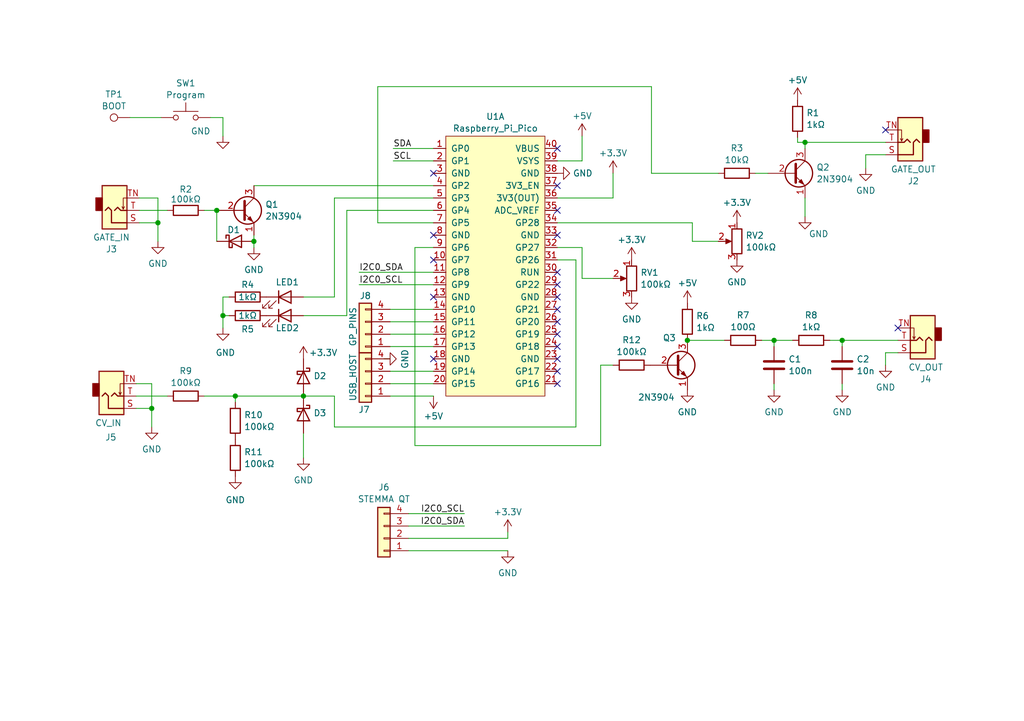
<source format=kicad_sch>
(kicad_sch
	(version 20231120)
	(generator "eeschema")
	(generator_version "8.0")
	(uuid "5b968a2a-0e8d-4a8b-b10b-6d8c01f8bb22")
	(paper "A5")
	(lib_symbols
		(symbol "Connector:TestPoint"
			(pin_numbers hide)
			(pin_names
				(offset 0.762) hide)
			(exclude_from_sim no)
			(in_bom yes)
			(on_board yes)
			(property "Reference" "TP"
				(at 0 6.858 0)
				(effects
					(font
						(size 1.27 1.27)
					)
				)
			)
			(property "Value" "TestPoint"
				(at 0 5.08 0)
				(effects
					(font
						(size 1.27 1.27)
					)
				)
			)
			(property "Footprint" ""
				(at 5.08 0 0)
				(effects
					(font
						(size 1.27 1.27)
					)
					(hide yes)
				)
			)
			(property "Datasheet" "~"
				(at 5.08 0 0)
				(effects
					(font
						(size 1.27 1.27)
					)
					(hide yes)
				)
			)
			(property "Description" "test point"
				(at 0 0 0)
				(effects
					(font
						(size 1.27 1.27)
					)
					(hide yes)
				)
			)
			(property "ki_keywords" "test point tp"
				(at 0 0 0)
				(effects
					(font
						(size 1.27 1.27)
					)
					(hide yes)
				)
			)
			(property "ki_fp_filters" "Pin* Test*"
				(at 0 0 0)
				(effects
					(font
						(size 1.27 1.27)
					)
					(hide yes)
				)
			)
			(symbol "TestPoint_0_1"
				(circle
					(center 0 3.302)
					(radius 0.762)
					(stroke
						(width 0)
						(type default)
					)
					(fill
						(type none)
					)
				)
			)
			(symbol "TestPoint_1_1"
				(pin passive line
					(at 0 0 90)
					(length 2.54)
					(name "1"
						(effects
							(font
								(size 1.27 1.27)
							)
						)
					)
					(number "1"
						(effects
							(font
								(size 1.27 1.27)
							)
						)
					)
				)
			)
		)
		(symbol "Connector_Audio:AudioJack2_SwitchT"
			(exclude_from_sim no)
			(in_bom yes)
			(on_board yes)
			(property "Reference" "J"
				(at 0 8.89 0)
				(effects
					(font
						(size 1.27 1.27)
					)
				)
			)
			(property "Value" "AudioJack2_SwitchT"
				(at 0 6.35 0)
				(effects
					(font
						(size 1.27 1.27)
					)
				)
			)
			(property "Footprint" ""
				(at 0 0 0)
				(effects
					(font
						(size 1.27 1.27)
					)
					(hide yes)
				)
			)
			(property "Datasheet" "~"
				(at 0 0 0)
				(effects
					(font
						(size 1.27 1.27)
					)
					(hide yes)
				)
			)
			(property "Description" "Audio Jack, 2 Poles (Mono / TS), Switched T Pole (Normalling)"
				(at 0 0 0)
				(effects
					(font
						(size 1.27 1.27)
					)
					(hide yes)
				)
			)
			(property "ki_keywords" "audio jack receptacle mono headphones phone TS connector"
				(at 0 0 0)
				(effects
					(font
						(size 1.27 1.27)
					)
					(hide yes)
				)
			)
			(property "ki_fp_filters" "Jack*"
				(at 0 0 0)
				(effects
					(font
						(size 1.27 1.27)
					)
					(hide yes)
				)
			)
			(symbol "AudioJack2_SwitchT_0_1"
				(rectangle
					(start -2.54 0)
					(end -3.81 -2.54)
					(stroke
						(width 0.254)
						(type default)
					)
					(fill
						(type outline)
					)
				)
				(polyline
					(pts
						(xy 1.778 -0.254) (xy 2.032 -0.762)
					)
					(stroke
						(width 0)
						(type default)
					)
					(fill
						(type none)
					)
				)
				(polyline
					(pts
						(xy 0 0) (xy 0.635 -0.635) (xy 1.27 0) (xy 2.54 0)
					)
					(stroke
						(width 0.254)
						(type default)
					)
					(fill
						(type none)
					)
				)
				(polyline
					(pts
						(xy 2.54 -2.54) (xy 1.778 -2.54) (xy 1.778 -0.254) (xy 1.524 -0.762)
					)
					(stroke
						(width 0)
						(type default)
					)
					(fill
						(type none)
					)
				)
				(polyline
					(pts
						(xy 2.54 2.54) (xy -0.635 2.54) (xy -0.635 0) (xy -1.27 -0.635) (xy -1.905 0)
					)
					(stroke
						(width 0.254)
						(type default)
					)
					(fill
						(type none)
					)
				)
				(rectangle
					(start 2.54 3.81)
					(end -2.54 -5.08)
					(stroke
						(width 0.254)
						(type default)
					)
					(fill
						(type background)
					)
				)
			)
			(symbol "AudioJack2_SwitchT_1_1"
				(pin passive line
					(at 5.08 2.54 180)
					(length 2.54)
					(name "~"
						(effects
							(font
								(size 1.27 1.27)
							)
						)
					)
					(number "S"
						(effects
							(font
								(size 1.27 1.27)
							)
						)
					)
				)
				(pin passive line
					(at 5.08 0 180)
					(length 2.54)
					(name "~"
						(effects
							(font
								(size 1.27 1.27)
							)
						)
					)
					(number "T"
						(effects
							(font
								(size 1.27 1.27)
							)
						)
					)
				)
				(pin passive line
					(at 5.08 -2.54 180)
					(length 2.54)
					(name "~"
						(effects
							(font
								(size 1.27 1.27)
							)
						)
					)
					(number "TN"
						(effects
							(font
								(size 1.27 1.27)
							)
						)
					)
				)
			)
		)
		(symbol "Connector_Generic:Conn_01x04"
			(pin_names
				(offset 1.016) hide)
			(exclude_from_sim no)
			(in_bom yes)
			(on_board yes)
			(property "Reference" "J"
				(at 0 5.08 0)
				(effects
					(font
						(size 1.27 1.27)
					)
				)
			)
			(property "Value" "Conn_01x04"
				(at 0 -7.62 0)
				(effects
					(font
						(size 1.27 1.27)
					)
				)
			)
			(property "Footprint" ""
				(at 0 0 0)
				(effects
					(font
						(size 1.27 1.27)
					)
					(hide yes)
				)
			)
			(property "Datasheet" "~"
				(at 0 0 0)
				(effects
					(font
						(size 1.27 1.27)
					)
					(hide yes)
				)
			)
			(property "Description" "Generic connector, single row, 01x04, script generated (kicad-library-utils/schlib/autogen/connector/)"
				(at 0 0 0)
				(effects
					(font
						(size 1.27 1.27)
					)
					(hide yes)
				)
			)
			(property "ki_keywords" "connector"
				(at 0 0 0)
				(effects
					(font
						(size 1.27 1.27)
					)
					(hide yes)
				)
			)
			(property "ki_fp_filters" "Connector*:*_1x??_*"
				(at 0 0 0)
				(effects
					(font
						(size 1.27 1.27)
					)
					(hide yes)
				)
			)
			(symbol "Conn_01x04_1_1"
				(rectangle
					(start -1.27 -4.953)
					(end 0 -5.207)
					(stroke
						(width 0.1524)
						(type default)
					)
					(fill
						(type none)
					)
				)
				(rectangle
					(start -1.27 -2.413)
					(end 0 -2.667)
					(stroke
						(width 0.1524)
						(type default)
					)
					(fill
						(type none)
					)
				)
				(rectangle
					(start -1.27 0.127)
					(end 0 -0.127)
					(stroke
						(width 0.1524)
						(type default)
					)
					(fill
						(type none)
					)
				)
				(rectangle
					(start -1.27 2.667)
					(end 0 2.413)
					(stroke
						(width 0.1524)
						(type default)
					)
					(fill
						(type none)
					)
				)
				(rectangle
					(start -1.27 3.81)
					(end 1.27 -6.35)
					(stroke
						(width 0.254)
						(type default)
					)
					(fill
						(type background)
					)
				)
				(pin passive line
					(at -5.08 2.54 0)
					(length 3.81)
					(name "Pin_1"
						(effects
							(font
								(size 1.27 1.27)
							)
						)
					)
					(number "1"
						(effects
							(font
								(size 1.27 1.27)
							)
						)
					)
				)
				(pin passive line
					(at -5.08 0 0)
					(length 3.81)
					(name "Pin_2"
						(effects
							(font
								(size 1.27 1.27)
							)
						)
					)
					(number "2"
						(effects
							(font
								(size 1.27 1.27)
							)
						)
					)
				)
				(pin passive line
					(at -5.08 -2.54 0)
					(length 3.81)
					(name "Pin_3"
						(effects
							(font
								(size 1.27 1.27)
							)
						)
					)
					(number "3"
						(effects
							(font
								(size 1.27 1.27)
							)
						)
					)
				)
				(pin passive line
					(at -5.08 -5.08 0)
					(length 3.81)
					(name "Pin_4"
						(effects
							(font
								(size 1.27 1.27)
							)
						)
					)
					(number "4"
						(effects
							(font
								(size 1.27 1.27)
							)
						)
					)
				)
			)
		)
		(symbol "DevBoards:Raspberry_Pi_Pico"
			(pin_names
				(offset 1.016)
			)
			(exclude_from_sim no)
			(in_bom yes)
			(on_board yes)
			(property "Reference" "U"
				(at -10.16 27.94 0)
				(effects
					(font
						(size 1.27 1.27)
					)
				)
			)
			(property "Value" "Raspberry_Pi_Pico"
				(at -1.27 -27.94 0)
				(effects
					(font
						(size 1.27 1.27)
					)
				)
			)
			(property "Footprint" ""
				(at -15.24 19.05 0)
				(effects
					(font
						(size 1.27 1.27)
					)
					(hide yes)
				)
			)
			(property "Datasheet" ""
				(at -15.24 19.05 0)
				(effects
					(font
						(size 1.27 1.27)
					)
					(hide yes)
				)
			)
			(property "Description" ""
				(at 0 0 0)
				(effects
					(font
						(size 1.27 1.27)
					)
					(hide yes)
				)
			)
			(property "ki_locked" ""
				(at 0 0 0)
				(effects
					(font
						(size 1.27 1.27)
					)
				)
			)
			(symbol "Raspberry_Pi_Pico_1_1"
				(rectangle
					(start -10.16 26.67)
					(end 10.16 -26.67)
					(stroke
						(width 0)
						(type solid)
					)
					(fill
						(type background)
					)
				)
				(pin bidirectional line
					(at -12.7 24.13 0)
					(length 2.54)
					(name "GP0"
						(effects
							(font
								(size 1.27 1.27)
							)
						)
					)
					(number "1"
						(effects
							(font
								(size 1.27 1.27)
							)
						)
					)
				)
				(pin bidirectional line
					(at -12.7 1.27 0)
					(length 2.54)
					(name "GP7"
						(effects
							(font
								(size 1.27 1.27)
							)
						)
					)
					(number "10"
						(effects
							(font
								(size 1.27 1.27)
							)
						)
					)
				)
				(pin bidirectional line
					(at -12.7 -1.27 0)
					(length 2.54)
					(name "GP8"
						(effects
							(font
								(size 1.27 1.27)
							)
						)
					)
					(number "11"
						(effects
							(font
								(size 1.27 1.27)
							)
						)
					)
				)
				(pin bidirectional line
					(at -12.7 -3.81 0)
					(length 2.54)
					(name "GP9"
						(effects
							(font
								(size 1.27 1.27)
							)
						)
					)
					(number "12"
						(effects
							(font
								(size 1.27 1.27)
							)
						)
					)
				)
				(pin bidirectional line
					(at -12.7 -6.35 0)
					(length 2.54)
					(name "GND"
						(effects
							(font
								(size 1.27 1.27)
							)
						)
					)
					(number "13"
						(effects
							(font
								(size 1.27 1.27)
							)
						)
					)
				)
				(pin bidirectional line
					(at -12.7 -8.89 0)
					(length 2.54)
					(name "GP10"
						(effects
							(font
								(size 1.27 1.27)
							)
						)
					)
					(number "14"
						(effects
							(font
								(size 1.27 1.27)
							)
						)
					)
				)
				(pin bidirectional line
					(at -12.7 -11.43 0)
					(length 2.54)
					(name "GP11"
						(effects
							(font
								(size 1.27 1.27)
							)
						)
					)
					(number "15"
						(effects
							(font
								(size 1.27 1.27)
							)
						)
					)
				)
				(pin bidirectional line
					(at -12.7 -13.97 0)
					(length 2.54)
					(name "GP12"
						(effects
							(font
								(size 1.27 1.27)
							)
						)
					)
					(number "16"
						(effects
							(font
								(size 1.27 1.27)
							)
						)
					)
				)
				(pin bidirectional line
					(at -12.7 -16.51 0)
					(length 2.54)
					(name "GP13"
						(effects
							(font
								(size 1.27 1.27)
							)
						)
					)
					(number "17"
						(effects
							(font
								(size 1.27 1.27)
							)
						)
					)
				)
				(pin power_in line
					(at -12.7 -19.05 0)
					(length 2.54)
					(name "GND"
						(effects
							(font
								(size 1.27 1.27)
							)
						)
					)
					(number "18"
						(effects
							(font
								(size 1.27 1.27)
							)
						)
					)
				)
				(pin bidirectional line
					(at -12.7 -21.59 0)
					(length 2.54)
					(name "GP14"
						(effects
							(font
								(size 1.27 1.27)
							)
						)
					)
					(number "19"
						(effects
							(font
								(size 1.27 1.27)
							)
						)
					)
				)
				(pin bidirectional line
					(at -12.7 21.59 0)
					(length 2.54)
					(name "GP1"
						(effects
							(font
								(size 1.27 1.27)
							)
						)
					)
					(number "2"
						(effects
							(font
								(size 1.27 1.27)
							)
						)
					)
				)
				(pin bidirectional line
					(at -12.7 -24.13 0)
					(length 2.54)
					(name "GP15"
						(effects
							(font
								(size 1.27 1.27)
							)
						)
					)
					(number "20"
						(effects
							(font
								(size 1.27 1.27)
							)
						)
					)
				)
				(pin bidirectional line
					(at 12.7 -24.13 180)
					(length 2.54)
					(name "GP16"
						(effects
							(font
								(size 1.27 1.27)
							)
						)
					)
					(number "21"
						(effects
							(font
								(size 1.27 1.27)
							)
						)
					)
				)
				(pin bidirectional line
					(at 12.7 -21.59 180)
					(length 2.54)
					(name "GP17"
						(effects
							(font
								(size 1.27 1.27)
							)
						)
					)
					(number "22"
						(effects
							(font
								(size 1.27 1.27)
							)
						)
					)
				)
				(pin power_in line
					(at 12.7 -19.05 180)
					(length 2.54)
					(name "GND"
						(effects
							(font
								(size 1.27 1.27)
							)
						)
					)
					(number "23"
						(effects
							(font
								(size 1.27 1.27)
							)
						)
					)
				)
				(pin bidirectional line
					(at 12.7 -16.51 180)
					(length 2.54)
					(name "GP18"
						(effects
							(font
								(size 1.27 1.27)
							)
						)
					)
					(number "24"
						(effects
							(font
								(size 1.27 1.27)
							)
						)
					)
				)
				(pin bidirectional line
					(at 12.7 -13.97 180)
					(length 2.54)
					(name "GP19"
						(effects
							(font
								(size 1.27 1.27)
							)
						)
					)
					(number "25"
						(effects
							(font
								(size 1.27 1.27)
							)
						)
					)
				)
				(pin bidirectional line
					(at 12.7 -11.43 180)
					(length 2.54)
					(name "GP20"
						(effects
							(font
								(size 1.27 1.27)
							)
						)
					)
					(number "26"
						(effects
							(font
								(size 1.27 1.27)
							)
						)
					)
				)
				(pin bidirectional line
					(at 12.7 -8.89 180)
					(length 2.54)
					(name "GP21"
						(effects
							(font
								(size 1.27 1.27)
							)
						)
					)
					(number "27"
						(effects
							(font
								(size 1.27 1.27)
							)
						)
					)
				)
				(pin power_in line
					(at 12.7 -6.35 180)
					(length 2.54)
					(name "GND"
						(effects
							(font
								(size 1.27 1.27)
							)
						)
					)
					(number "28"
						(effects
							(font
								(size 1.27 1.27)
							)
						)
					)
				)
				(pin bidirectional line
					(at 12.7 -3.81 180)
					(length 2.54)
					(name "GP22"
						(effects
							(font
								(size 1.27 1.27)
							)
						)
					)
					(number "29"
						(effects
							(font
								(size 1.27 1.27)
							)
						)
					)
				)
				(pin power_in line
					(at -12.7 19.05 0)
					(length 2.54)
					(name "GND"
						(effects
							(font
								(size 1.27 1.27)
							)
						)
					)
					(number "3"
						(effects
							(font
								(size 1.27 1.27)
							)
						)
					)
				)
				(pin input line
					(at 12.7 -1.27 180)
					(length 2.54)
					(name "RUN"
						(effects
							(font
								(size 1.27 1.27)
							)
						)
					)
					(number "30"
						(effects
							(font
								(size 1.27 1.27)
							)
						)
					)
				)
				(pin bidirectional line
					(at 12.7 1.27 180)
					(length 2.54)
					(name "GP26"
						(effects
							(font
								(size 1.27 1.27)
							)
						)
					)
					(number "31"
						(effects
							(font
								(size 1.27 1.27)
							)
						)
					)
				)
				(pin bidirectional line
					(at 12.7 3.81 180)
					(length 2.54)
					(name "GP27"
						(effects
							(font
								(size 1.27 1.27)
							)
						)
					)
					(number "32"
						(effects
							(font
								(size 1.27 1.27)
							)
						)
					)
				)
				(pin power_in line
					(at 12.7 6.35 180)
					(length 2.54)
					(name "GND"
						(effects
							(font
								(size 1.27 1.27)
							)
						)
					)
					(number "33"
						(effects
							(font
								(size 1.27 1.27)
							)
						)
					)
				)
				(pin bidirectional line
					(at 12.7 8.89 180)
					(length 2.54)
					(name "GP28"
						(effects
							(font
								(size 1.27 1.27)
							)
						)
					)
					(number "34"
						(effects
							(font
								(size 1.27 1.27)
							)
						)
					)
				)
				(pin input line
					(at 12.7 11.43 180)
					(length 2.54)
					(name "ADC_VREF"
						(effects
							(font
								(size 1.27 1.27)
							)
						)
					)
					(number "35"
						(effects
							(font
								(size 1.27 1.27)
							)
						)
					)
				)
				(pin power_out line
					(at 12.7 13.97 180)
					(length 2.54)
					(name "3V3(OUT)"
						(effects
							(font
								(size 1.27 1.27)
							)
						)
					)
					(number "36"
						(effects
							(font
								(size 1.27 1.27)
							)
						)
					)
				)
				(pin input line
					(at 12.7 16.51 180)
					(length 2.54)
					(name "3V3_EN"
						(effects
							(font
								(size 1.27 1.27)
							)
						)
					)
					(number "37"
						(effects
							(font
								(size 1.27 1.27)
							)
						)
					)
				)
				(pin power_in line
					(at 12.7 19.05 180)
					(length 2.54)
					(name "GND"
						(effects
							(font
								(size 1.27 1.27)
							)
						)
					)
					(number "38"
						(effects
							(font
								(size 1.27 1.27)
							)
						)
					)
				)
				(pin power_in line
					(at 12.7 21.59 180)
					(length 2.54)
					(name "VSYS"
						(effects
							(font
								(size 1.27 1.27)
							)
						)
					)
					(number "39"
						(effects
							(font
								(size 1.27 1.27)
							)
						)
					)
				)
				(pin bidirectional line
					(at -12.7 16.51 0)
					(length 2.54)
					(name "GP2"
						(effects
							(font
								(size 1.27 1.27)
							)
						)
					)
					(number "4"
						(effects
							(font
								(size 1.27 1.27)
							)
						)
					)
				)
				(pin power_in line
					(at 12.7 24.13 180)
					(length 2.54)
					(name "VBUS"
						(effects
							(font
								(size 1.27 1.27)
							)
						)
					)
					(number "40"
						(effects
							(font
								(size 1.27 1.27)
							)
						)
					)
				)
				(pin bidirectional line
					(at -12.7 13.97 0)
					(length 2.54)
					(name "GP3"
						(effects
							(font
								(size 1.27 1.27)
							)
						)
					)
					(number "5"
						(effects
							(font
								(size 1.27 1.27)
							)
						)
					)
				)
				(pin bidirectional line
					(at -12.7 11.43 0)
					(length 2.54)
					(name "GP4"
						(effects
							(font
								(size 1.27 1.27)
							)
						)
					)
					(number "6"
						(effects
							(font
								(size 1.27 1.27)
							)
						)
					)
				)
				(pin bidirectional line
					(at -12.7 8.89 0)
					(length 2.54)
					(name "GP5"
						(effects
							(font
								(size 1.27 1.27)
							)
						)
					)
					(number "7"
						(effects
							(font
								(size 1.27 1.27)
							)
						)
					)
				)
				(pin power_in line
					(at -12.7 6.35 0)
					(length 2.54)
					(name "GND"
						(effects
							(font
								(size 1.27 1.27)
							)
						)
					)
					(number "8"
						(effects
							(font
								(size 1.27 1.27)
							)
						)
					)
				)
				(pin bidirectional line
					(at -12.7 3.81 0)
					(length 2.54)
					(name "GP6"
						(effects
							(font
								(size 1.27 1.27)
							)
						)
					)
					(number "9"
						(effects
							(font
								(size 1.27 1.27)
							)
						)
					)
				)
			)
			(symbol "Raspberry_Pi_Pico_2_1"
				(rectangle
					(start 0 5.08)
					(end -7.62 -5.08)
					(stroke
						(width 0)
						(type solid)
					)
					(fill
						(type background)
					)
				)
				(text "Programming Header"
					(at 2.54 -8.89 0)
					(effects
						(font
							(size 1.27 1.27)
						)
					)
				)
				(pin input line
					(at 2.54 2.54 180)
					(length 2.54)
					(name "CLK"
						(effects
							(font
								(size 1.27 1.27)
							)
						)
					)
					(number "D1"
						(effects
							(font
								(size 1.27 1.27)
							)
						)
					)
				)
				(pin power_in line
					(at 2.54 0 180)
					(length 2.54)
					(name "GND"
						(effects
							(font
								(size 1.27 1.27)
							)
						)
					)
					(number "D2"
						(effects
							(font
								(size 1.27 1.27)
							)
						)
					)
				)
				(pin input line
					(at 2.54 -2.54 180)
					(length 2.54)
					(name "DIO"
						(effects
							(font
								(size 1.27 1.27)
							)
						)
					)
					(number "D3"
						(effects
							(font
								(size 1.27 1.27)
							)
						)
					)
				)
			)
			(symbol "Raspberry_Pi_Pico_3_1"
				(rectangle
					(start 0 -8.89)
					(end -11.43 8.89)
					(stroke
						(width 0)
						(type solid)
					)
					(fill
						(type background)
					)
				)
				(text "Test Points"
					(at -6.35 -11.43 0)
					(effects
						(font
							(size 1.27 1.27)
						)
					)
				)
				(pin power_in line
					(at 3.81 6.35 180)
					(length 3.81)
					(name "GND"
						(effects
							(font
								(size 1.27 1.27)
							)
						)
					)
					(number "TP1"
						(effects
							(font
								(size 1.27 1.27)
							)
						)
					)
				)
				(pin bidirectional line
					(at 3.81 3.81 180)
					(length 3.81)
					(name "USB_DM"
						(effects
							(font
								(size 1.27 1.27)
							)
						)
					)
					(number "TP2"
						(effects
							(font
								(size 1.27 1.27)
							)
						)
					)
				)
				(pin bidirectional line
					(at 3.81 1.27 180)
					(length 3.81)
					(name "USB_DP"
						(effects
							(font
								(size 1.27 1.27)
							)
						)
					)
					(number "TP3"
						(effects
							(font
								(size 1.27 1.27)
							)
						)
					)
				)
				(pin unspecified line
					(at 3.81 -1.27 180)
					(length 3.81)
					(name "SMPS_PS"
						(effects
							(font
								(size 1.27 1.27)
							)
						)
					)
					(number "TP4"
						(effects
							(font
								(size 1.27 1.27)
							)
						)
					)
				)
				(pin output line
					(at 3.81 -3.81 180)
					(length 3.81)
					(name "LED"
						(effects
							(font
								(size 1.27 1.27)
							)
						)
					)
					(number "TP5"
						(effects
							(font
								(size 1.27 1.27)
							)
						)
					)
				)
				(pin input line
					(at 3.81 -6.35 180)
					(length 3.81)
					(name "BOOTSEL"
						(effects
							(font
								(size 1.27 1.27)
							)
						)
					)
					(number "TP6"
						(effects
							(font
								(size 1.27 1.27)
							)
						)
					)
				)
			)
		)
		(symbol "Device:C"
			(pin_numbers hide)
			(pin_names
				(offset 0.254)
			)
			(exclude_from_sim no)
			(in_bom yes)
			(on_board yes)
			(property "Reference" "C"
				(at 0.635 2.54 0)
				(effects
					(font
						(size 1.27 1.27)
					)
					(justify left)
				)
			)
			(property "Value" "C"
				(at 0.635 -2.54 0)
				(effects
					(font
						(size 1.27 1.27)
					)
					(justify left)
				)
			)
			(property "Footprint" ""
				(at 0.9652 -3.81 0)
				(effects
					(font
						(size 1.27 1.27)
					)
					(hide yes)
				)
			)
			(property "Datasheet" "~"
				(at 0 0 0)
				(effects
					(font
						(size 1.27 1.27)
					)
					(hide yes)
				)
			)
			(property "Description" "Unpolarized capacitor"
				(at 0 0 0)
				(effects
					(font
						(size 1.27 1.27)
					)
					(hide yes)
				)
			)
			(property "ki_keywords" "cap capacitor"
				(at 0 0 0)
				(effects
					(font
						(size 1.27 1.27)
					)
					(hide yes)
				)
			)
			(property "ki_fp_filters" "C_*"
				(at 0 0 0)
				(effects
					(font
						(size 1.27 1.27)
					)
					(hide yes)
				)
			)
			(symbol "C_0_1"
				(polyline
					(pts
						(xy -2.032 -0.762) (xy 2.032 -0.762)
					)
					(stroke
						(width 0.508)
						(type default)
					)
					(fill
						(type none)
					)
				)
				(polyline
					(pts
						(xy -2.032 0.762) (xy 2.032 0.762)
					)
					(stroke
						(width 0.508)
						(type default)
					)
					(fill
						(type none)
					)
				)
			)
			(symbol "C_1_1"
				(pin passive line
					(at 0 3.81 270)
					(length 2.794)
					(name "~"
						(effects
							(font
								(size 1.27 1.27)
							)
						)
					)
					(number "1"
						(effects
							(font
								(size 1.27 1.27)
							)
						)
					)
				)
				(pin passive line
					(at 0 -3.81 90)
					(length 2.794)
					(name "~"
						(effects
							(font
								(size 1.27 1.27)
							)
						)
					)
					(number "2"
						(effects
							(font
								(size 1.27 1.27)
							)
						)
					)
				)
			)
		)
		(symbol "Device:D_Schottky"
			(pin_numbers hide)
			(pin_names
				(offset 1.016) hide)
			(exclude_from_sim no)
			(in_bom yes)
			(on_board yes)
			(property "Reference" "D"
				(at 0 2.54 0)
				(effects
					(font
						(size 1.27 1.27)
					)
				)
			)
			(property "Value" "D_Schottky"
				(at 0 -2.54 0)
				(effects
					(font
						(size 1.27 1.27)
					)
				)
			)
			(property "Footprint" ""
				(at 0 0 0)
				(effects
					(font
						(size 1.27 1.27)
					)
					(hide yes)
				)
			)
			(property "Datasheet" "~"
				(at 0 0 0)
				(effects
					(font
						(size 1.27 1.27)
					)
					(hide yes)
				)
			)
			(property "Description" "Schottky diode"
				(at 0 0 0)
				(effects
					(font
						(size 1.27 1.27)
					)
					(hide yes)
				)
			)
			(property "ki_keywords" "diode Schottky"
				(at 0 0 0)
				(effects
					(font
						(size 1.27 1.27)
					)
					(hide yes)
				)
			)
			(property "ki_fp_filters" "TO-???* *_Diode_* *SingleDiode* D_*"
				(at 0 0 0)
				(effects
					(font
						(size 1.27 1.27)
					)
					(hide yes)
				)
			)
			(symbol "D_Schottky_0_1"
				(polyline
					(pts
						(xy 1.27 0) (xy -1.27 0)
					)
					(stroke
						(width 0)
						(type default)
					)
					(fill
						(type none)
					)
				)
				(polyline
					(pts
						(xy 1.27 1.27) (xy 1.27 -1.27) (xy -1.27 0) (xy 1.27 1.27)
					)
					(stroke
						(width 0.254)
						(type default)
					)
					(fill
						(type none)
					)
				)
				(polyline
					(pts
						(xy -1.905 0.635) (xy -1.905 1.27) (xy -1.27 1.27) (xy -1.27 -1.27) (xy -0.635 -1.27) (xy -0.635 -0.635)
					)
					(stroke
						(width 0.254)
						(type default)
					)
					(fill
						(type none)
					)
				)
			)
			(symbol "D_Schottky_1_1"
				(pin passive line
					(at -3.81 0 0)
					(length 2.54)
					(name "K"
						(effects
							(font
								(size 1.27 1.27)
							)
						)
					)
					(number "1"
						(effects
							(font
								(size 1.27 1.27)
							)
						)
					)
				)
				(pin passive line
					(at 3.81 0 180)
					(length 2.54)
					(name "A"
						(effects
							(font
								(size 1.27 1.27)
							)
						)
					)
					(number "2"
						(effects
							(font
								(size 1.27 1.27)
							)
						)
					)
				)
			)
		)
		(symbol "Device:LED"
			(pin_numbers hide)
			(pin_names
				(offset 1.016) hide)
			(exclude_from_sim no)
			(in_bom yes)
			(on_board yes)
			(property "Reference" "D"
				(at 0 2.54 0)
				(effects
					(font
						(size 1.27 1.27)
					)
				)
			)
			(property "Value" "LED"
				(at 0 -2.54 0)
				(effects
					(font
						(size 1.27 1.27)
					)
				)
			)
			(property "Footprint" ""
				(at 0 0 0)
				(effects
					(font
						(size 1.27 1.27)
					)
					(hide yes)
				)
			)
			(property "Datasheet" "~"
				(at 0 0 0)
				(effects
					(font
						(size 1.27 1.27)
					)
					(hide yes)
				)
			)
			(property "Description" "Light emitting diode"
				(at 0 0 0)
				(effects
					(font
						(size 1.27 1.27)
					)
					(hide yes)
				)
			)
			(property "ki_keywords" "LED diode"
				(at 0 0 0)
				(effects
					(font
						(size 1.27 1.27)
					)
					(hide yes)
				)
			)
			(property "ki_fp_filters" "LED* LED_SMD:* LED_THT:*"
				(at 0 0 0)
				(effects
					(font
						(size 1.27 1.27)
					)
					(hide yes)
				)
			)
			(symbol "LED_0_1"
				(polyline
					(pts
						(xy -1.27 -1.27) (xy -1.27 1.27)
					)
					(stroke
						(width 0.254)
						(type default)
					)
					(fill
						(type none)
					)
				)
				(polyline
					(pts
						(xy -1.27 0) (xy 1.27 0)
					)
					(stroke
						(width 0)
						(type default)
					)
					(fill
						(type none)
					)
				)
				(polyline
					(pts
						(xy 1.27 -1.27) (xy 1.27 1.27) (xy -1.27 0) (xy 1.27 -1.27)
					)
					(stroke
						(width 0.254)
						(type default)
					)
					(fill
						(type none)
					)
				)
				(polyline
					(pts
						(xy -3.048 -0.762) (xy -4.572 -2.286) (xy -3.81 -2.286) (xy -4.572 -2.286) (xy -4.572 -1.524)
					)
					(stroke
						(width 0)
						(type default)
					)
					(fill
						(type none)
					)
				)
				(polyline
					(pts
						(xy -1.778 -0.762) (xy -3.302 -2.286) (xy -2.54 -2.286) (xy -3.302 -2.286) (xy -3.302 -1.524)
					)
					(stroke
						(width 0)
						(type default)
					)
					(fill
						(type none)
					)
				)
			)
			(symbol "LED_1_1"
				(pin passive line
					(at -3.81 0 0)
					(length 2.54)
					(name "K"
						(effects
							(font
								(size 1.27 1.27)
							)
						)
					)
					(number "1"
						(effects
							(font
								(size 1.27 1.27)
							)
						)
					)
				)
				(pin passive line
					(at 3.81 0 180)
					(length 2.54)
					(name "A"
						(effects
							(font
								(size 1.27 1.27)
							)
						)
					)
					(number "2"
						(effects
							(font
								(size 1.27 1.27)
							)
						)
					)
				)
			)
		)
		(symbol "Device:R"
			(pin_numbers hide)
			(pin_names
				(offset 0)
			)
			(exclude_from_sim no)
			(in_bom yes)
			(on_board yes)
			(property "Reference" "R"
				(at 2.032 0 90)
				(effects
					(font
						(size 1.27 1.27)
					)
				)
			)
			(property "Value" "R"
				(at 0 0 90)
				(effects
					(font
						(size 1.27 1.27)
					)
				)
			)
			(property "Footprint" ""
				(at -1.778 0 90)
				(effects
					(font
						(size 1.27 1.27)
					)
					(hide yes)
				)
			)
			(property "Datasheet" "~"
				(at 0 0 0)
				(effects
					(font
						(size 1.27 1.27)
					)
					(hide yes)
				)
			)
			(property "Description" "Resistor"
				(at 0 0 0)
				(effects
					(font
						(size 1.27 1.27)
					)
					(hide yes)
				)
			)
			(property "ki_keywords" "R res resistor"
				(at 0 0 0)
				(effects
					(font
						(size 1.27 1.27)
					)
					(hide yes)
				)
			)
			(property "ki_fp_filters" "R_*"
				(at 0 0 0)
				(effects
					(font
						(size 1.27 1.27)
					)
					(hide yes)
				)
			)
			(symbol "R_0_1"
				(rectangle
					(start -1.016 -2.54)
					(end 1.016 2.54)
					(stroke
						(width 0.254)
						(type default)
					)
					(fill
						(type none)
					)
				)
			)
			(symbol "R_1_1"
				(pin passive line
					(at 0 3.81 270)
					(length 1.27)
					(name "~"
						(effects
							(font
								(size 1.27 1.27)
							)
						)
					)
					(number "1"
						(effects
							(font
								(size 1.27 1.27)
							)
						)
					)
				)
				(pin passive line
					(at 0 -3.81 90)
					(length 1.27)
					(name "~"
						(effects
							(font
								(size 1.27 1.27)
							)
						)
					)
					(number "2"
						(effects
							(font
								(size 1.27 1.27)
							)
						)
					)
				)
			)
		)
		(symbol "Device:R_Potentiometer"
			(pin_names
				(offset 1.016) hide)
			(exclude_from_sim no)
			(in_bom yes)
			(on_board yes)
			(property "Reference" "RV"
				(at -4.445 0 90)
				(effects
					(font
						(size 1.27 1.27)
					)
				)
			)
			(property "Value" "R_Potentiometer"
				(at -2.54 0 90)
				(effects
					(font
						(size 1.27 1.27)
					)
				)
			)
			(property "Footprint" ""
				(at 0 0 0)
				(effects
					(font
						(size 1.27 1.27)
					)
					(hide yes)
				)
			)
			(property "Datasheet" "~"
				(at 0 0 0)
				(effects
					(font
						(size 1.27 1.27)
					)
					(hide yes)
				)
			)
			(property "Description" "Potentiometer"
				(at 0 0 0)
				(effects
					(font
						(size 1.27 1.27)
					)
					(hide yes)
				)
			)
			(property "ki_keywords" "resistor variable"
				(at 0 0 0)
				(effects
					(font
						(size 1.27 1.27)
					)
					(hide yes)
				)
			)
			(property "ki_fp_filters" "Potentiometer*"
				(at 0 0 0)
				(effects
					(font
						(size 1.27 1.27)
					)
					(hide yes)
				)
			)
			(symbol "R_Potentiometer_0_1"
				(polyline
					(pts
						(xy 2.54 0) (xy 1.524 0)
					)
					(stroke
						(width 0)
						(type default)
					)
					(fill
						(type none)
					)
				)
				(polyline
					(pts
						(xy 1.143 0) (xy 2.286 0.508) (xy 2.286 -0.508) (xy 1.143 0)
					)
					(stroke
						(width 0)
						(type default)
					)
					(fill
						(type outline)
					)
				)
				(rectangle
					(start 1.016 2.54)
					(end -1.016 -2.54)
					(stroke
						(width 0.254)
						(type default)
					)
					(fill
						(type none)
					)
				)
			)
			(symbol "R_Potentiometer_1_1"
				(pin passive line
					(at 0 3.81 270)
					(length 1.27)
					(name "1"
						(effects
							(font
								(size 1.27 1.27)
							)
						)
					)
					(number "1"
						(effects
							(font
								(size 1.27 1.27)
							)
						)
					)
				)
				(pin passive line
					(at 3.81 0 180)
					(length 1.27)
					(name "2"
						(effects
							(font
								(size 1.27 1.27)
							)
						)
					)
					(number "2"
						(effects
							(font
								(size 1.27 1.27)
							)
						)
					)
				)
				(pin passive line
					(at 0 -3.81 90)
					(length 1.27)
					(name "3"
						(effects
							(font
								(size 1.27 1.27)
							)
						)
					)
					(number "3"
						(effects
							(font
								(size 1.27 1.27)
							)
						)
					)
				)
			)
		)
		(symbol "Switch:SW_Push"
			(pin_numbers hide)
			(pin_names
				(offset 1.016) hide)
			(exclude_from_sim no)
			(in_bom yes)
			(on_board yes)
			(property "Reference" "SW"
				(at 1.27 2.54 0)
				(effects
					(font
						(size 1.27 1.27)
					)
					(justify left)
				)
			)
			(property "Value" "SW_Push"
				(at 0 -1.524 0)
				(effects
					(font
						(size 1.27 1.27)
					)
				)
			)
			(property "Footprint" ""
				(at 0 5.08 0)
				(effects
					(font
						(size 1.27 1.27)
					)
					(hide yes)
				)
			)
			(property "Datasheet" "~"
				(at 0 5.08 0)
				(effects
					(font
						(size 1.27 1.27)
					)
					(hide yes)
				)
			)
			(property "Description" "Push button switch, generic, two pins"
				(at 0 0 0)
				(effects
					(font
						(size 1.27 1.27)
					)
					(hide yes)
				)
			)
			(property "ki_keywords" "switch normally-open pushbutton push-button"
				(at 0 0 0)
				(effects
					(font
						(size 1.27 1.27)
					)
					(hide yes)
				)
			)
			(symbol "SW_Push_0_1"
				(circle
					(center -2.032 0)
					(radius 0.508)
					(stroke
						(width 0)
						(type default)
					)
					(fill
						(type none)
					)
				)
				(polyline
					(pts
						(xy 0 1.27) (xy 0 3.048)
					)
					(stroke
						(width 0)
						(type default)
					)
					(fill
						(type none)
					)
				)
				(polyline
					(pts
						(xy 2.54 1.27) (xy -2.54 1.27)
					)
					(stroke
						(width 0)
						(type default)
					)
					(fill
						(type none)
					)
				)
				(circle
					(center 2.032 0)
					(radius 0.508)
					(stroke
						(width 0)
						(type default)
					)
					(fill
						(type none)
					)
				)
				(pin passive line
					(at -5.08 0 0)
					(length 2.54)
					(name "1"
						(effects
							(font
								(size 1.27 1.27)
							)
						)
					)
					(number "1"
						(effects
							(font
								(size 1.27 1.27)
							)
						)
					)
				)
				(pin passive line
					(at 5.08 0 180)
					(length 2.54)
					(name "2"
						(effects
							(font
								(size 1.27 1.27)
							)
						)
					)
					(number "2"
						(effects
							(font
								(size 1.27 1.27)
							)
						)
					)
				)
			)
		)
		(symbol "Transistor_BJT:2N3904"
			(pin_names
				(offset 0) hide)
			(exclude_from_sim no)
			(in_bom yes)
			(on_board yes)
			(property "Reference" "Q"
				(at 5.08 1.905 0)
				(effects
					(font
						(size 1.27 1.27)
					)
					(justify left)
				)
			)
			(property "Value" "2N3904"
				(at 5.08 0 0)
				(effects
					(font
						(size 1.27 1.27)
					)
					(justify left)
				)
			)
			(property "Footprint" "Package_TO_SOT_THT:TO-92_Inline"
				(at 5.08 -1.905 0)
				(effects
					(font
						(size 1.27 1.27)
						(italic yes)
					)
					(justify left)
					(hide yes)
				)
			)
			(property "Datasheet" "https://www.onsemi.com/pub/Collateral/2N3903-D.PDF"
				(at 0 0 0)
				(effects
					(font
						(size 1.27 1.27)
					)
					(justify left)
					(hide yes)
				)
			)
			(property "Description" "0.2A Ic, 40V Vce, Small Signal NPN Transistor, TO-92"
				(at 0 0 0)
				(effects
					(font
						(size 1.27 1.27)
					)
					(hide yes)
				)
			)
			(property "ki_keywords" "NPN Transistor"
				(at 0 0 0)
				(effects
					(font
						(size 1.27 1.27)
					)
					(hide yes)
				)
			)
			(property "ki_fp_filters" "TO?92*"
				(at 0 0 0)
				(effects
					(font
						(size 1.27 1.27)
					)
					(hide yes)
				)
			)
			(symbol "2N3904_0_1"
				(polyline
					(pts
						(xy 0.635 0.635) (xy 2.54 2.54)
					)
					(stroke
						(width 0)
						(type default)
					)
					(fill
						(type none)
					)
				)
				(polyline
					(pts
						(xy 0.635 -0.635) (xy 2.54 -2.54) (xy 2.54 -2.54)
					)
					(stroke
						(width 0)
						(type default)
					)
					(fill
						(type none)
					)
				)
				(polyline
					(pts
						(xy 0.635 1.905) (xy 0.635 -1.905) (xy 0.635 -1.905)
					)
					(stroke
						(width 0.508)
						(type default)
					)
					(fill
						(type none)
					)
				)
				(polyline
					(pts
						(xy 1.27 -1.778) (xy 1.778 -1.27) (xy 2.286 -2.286) (xy 1.27 -1.778) (xy 1.27 -1.778)
					)
					(stroke
						(width 0)
						(type default)
					)
					(fill
						(type outline)
					)
				)
				(circle
					(center 1.27 0)
					(radius 2.8194)
					(stroke
						(width 0.254)
						(type default)
					)
					(fill
						(type none)
					)
				)
			)
			(symbol "2N3904_1_1"
				(pin passive line
					(at 2.54 -5.08 90)
					(length 2.54)
					(name "E"
						(effects
							(font
								(size 1.27 1.27)
							)
						)
					)
					(number "1"
						(effects
							(font
								(size 1.27 1.27)
							)
						)
					)
				)
				(pin passive line
					(at -5.08 0 0)
					(length 5.715)
					(name "B"
						(effects
							(font
								(size 1.27 1.27)
							)
						)
					)
					(number "2"
						(effects
							(font
								(size 1.27 1.27)
							)
						)
					)
				)
				(pin passive line
					(at 2.54 5.08 270)
					(length 2.54)
					(name "C"
						(effects
							(font
								(size 1.27 1.27)
							)
						)
					)
					(number "3"
						(effects
							(font
								(size 1.27 1.27)
							)
						)
					)
				)
			)
		)
		(symbol "power:+3.3V"
			(power)
			(pin_names
				(offset 0)
			)
			(exclude_from_sim no)
			(in_bom yes)
			(on_board yes)
			(property "Reference" "#PWR"
				(at 0 -3.81 0)
				(effects
					(font
						(size 1.27 1.27)
					)
					(hide yes)
				)
			)
			(property "Value" "+3.3V"
				(at 0 3.556 0)
				(effects
					(font
						(size 1.27 1.27)
					)
				)
			)
			(property "Footprint" ""
				(at 0 0 0)
				(effects
					(font
						(size 1.27 1.27)
					)
					(hide yes)
				)
			)
			(property "Datasheet" ""
				(at 0 0 0)
				(effects
					(font
						(size 1.27 1.27)
					)
					(hide yes)
				)
			)
			(property "Description" "Power symbol creates a global label with name \"+3.3V\""
				(at 0 0 0)
				(effects
					(font
						(size 1.27 1.27)
					)
					(hide yes)
				)
			)
			(property "ki_keywords" "global power"
				(at 0 0 0)
				(effects
					(font
						(size 1.27 1.27)
					)
					(hide yes)
				)
			)
			(symbol "+3.3V_0_1"
				(polyline
					(pts
						(xy -0.762 1.27) (xy 0 2.54)
					)
					(stroke
						(width 0)
						(type default)
					)
					(fill
						(type none)
					)
				)
				(polyline
					(pts
						(xy 0 0) (xy 0 2.54)
					)
					(stroke
						(width 0)
						(type default)
					)
					(fill
						(type none)
					)
				)
				(polyline
					(pts
						(xy 0 2.54) (xy 0.762 1.27)
					)
					(stroke
						(width 0)
						(type default)
					)
					(fill
						(type none)
					)
				)
			)
			(symbol "+3.3V_1_1"
				(pin power_in line
					(at 0 0 90)
					(length 0) hide
					(name "+3.3V"
						(effects
							(font
								(size 1.27 1.27)
							)
						)
					)
					(number "1"
						(effects
							(font
								(size 1.27 1.27)
							)
						)
					)
				)
			)
		)
		(symbol "power:+5V"
			(power)
			(pin_names
				(offset 0)
			)
			(exclude_from_sim no)
			(in_bom yes)
			(on_board yes)
			(property "Reference" "#PWR"
				(at 0 -3.81 0)
				(effects
					(font
						(size 1.27 1.27)
					)
					(hide yes)
				)
			)
			(property "Value" "+5V"
				(at 0 3.556 0)
				(effects
					(font
						(size 1.27 1.27)
					)
				)
			)
			(property "Footprint" ""
				(at 0 0 0)
				(effects
					(font
						(size 1.27 1.27)
					)
					(hide yes)
				)
			)
			(property "Datasheet" ""
				(at 0 0 0)
				(effects
					(font
						(size 1.27 1.27)
					)
					(hide yes)
				)
			)
			(property "Description" "Power symbol creates a global label with name \"+5V\""
				(at 0 0 0)
				(effects
					(font
						(size 1.27 1.27)
					)
					(hide yes)
				)
			)
			(property "ki_keywords" "global power"
				(at 0 0 0)
				(effects
					(font
						(size 1.27 1.27)
					)
					(hide yes)
				)
			)
			(symbol "+5V_0_1"
				(polyline
					(pts
						(xy -0.762 1.27) (xy 0 2.54)
					)
					(stroke
						(width 0)
						(type default)
					)
					(fill
						(type none)
					)
				)
				(polyline
					(pts
						(xy 0 0) (xy 0 2.54)
					)
					(stroke
						(width 0)
						(type default)
					)
					(fill
						(type none)
					)
				)
				(polyline
					(pts
						(xy 0 2.54) (xy 0.762 1.27)
					)
					(stroke
						(width 0)
						(type default)
					)
					(fill
						(type none)
					)
				)
			)
			(symbol "+5V_1_1"
				(pin power_in line
					(at 0 0 90)
					(length 0) hide
					(name "+5V"
						(effects
							(font
								(size 1.27 1.27)
							)
						)
					)
					(number "1"
						(effects
							(font
								(size 1.27 1.27)
							)
						)
					)
				)
			)
		)
		(symbol "power:GND"
			(power)
			(pin_names
				(offset 0)
			)
			(exclude_from_sim no)
			(in_bom yes)
			(on_board yes)
			(property "Reference" "#PWR"
				(at 0 -6.35 0)
				(effects
					(font
						(size 1.27 1.27)
					)
					(hide yes)
				)
			)
			(property "Value" "GND"
				(at 0 -3.81 0)
				(effects
					(font
						(size 1.27 1.27)
					)
				)
			)
			(property "Footprint" ""
				(at 0 0 0)
				(effects
					(font
						(size 1.27 1.27)
					)
					(hide yes)
				)
			)
			(property "Datasheet" ""
				(at 0 0 0)
				(effects
					(font
						(size 1.27 1.27)
					)
					(hide yes)
				)
			)
			(property "Description" "Power symbol creates a global label with name \"GND\" , ground"
				(at 0 0 0)
				(effects
					(font
						(size 1.27 1.27)
					)
					(hide yes)
				)
			)
			(property "ki_keywords" "power-flag"
				(at 0 0 0)
				(effects
					(font
						(size 1.27 1.27)
					)
					(hide yes)
				)
			)
			(symbol "GND_0_1"
				(polyline
					(pts
						(xy 0 0) (xy 0 -1.27) (xy 1.27 -1.27) (xy 0 -2.54) (xy -1.27 -1.27) (xy 0 -1.27)
					)
					(stroke
						(width 0)
						(type default)
					)
					(fill
						(type none)
					)
				)
			)
			(symbol "GND_1_1"
				(pin power_in line
					(at 0 0 270)
					(length 0) hide
					(name "GND"
						(effects
							(font
								(size 1.27 1.27)
							)
						)
					)
					(number "1"
						(effects
							(font
								(size 1.27 1.27)
							)
						)
					)
				)
			)
		)
	)
	(junction
		(at 48.26 81.28)
		(diameter 0)
		(color 0 0 0 0)
		(uuid "1f5d88ba-2035-4e67-b96f-ea96517fa37a")
	)
	(junction
		(at 45.72 64.77)
		(diameter 0)
		(color 0 0 0 0)
		(uuid "5e34a07c-92a5-4c73-8a3c-191076c625ef")
	)
	(junction
		(at 52.07 49.53)
		(diameter 0)
		(color 0 0 0 0)
		(uuid "6f22690a-c0e4-4f7f-a573-0f327bd84d39")
	)
	(junction
		(at 44.45 43.18)
		(diameter 0)
		(color 0 0 0 0)
		(uuid "7892bda8-6a7e-44bb-b943-6cfabe9b9615")
	)
	(junction
		(at 172.72 69.85)
		(diameter 0)
		(color 0 0 0 0)
		(uuid "7d33edae-caa4-44a4-b0da-b520d8c5a19c")
	)
	(junction
		(at 32.385 45.72)
		(diameter 0)
		(color 0 0 0 0)
		(uuid "b3ecca33-4c72-462e-8efd-19a8ef7f242f")
	)
	(junction
		(at 31.115 83.82)
		(diameter 0)
		(color 0 0 0 0)
		(uuid "ca25231c-0059-4fd7-99e5-6d0ef3b2f036")
	)
	(junction
		(at 62.23 81.28)
		(diameter 0)
		(color 0 0 0 0)
		(uuid "df0b635c-5be8-420a-bd6f-2479331e141a")
	)
	(junction
		(at 140.97 69.85)
		(diameter 0)
		(color 0 0 0 0)
		(uuid "e00974c0-c0ed-465a-aed8-b3bcbe4d9128")
	)
	(junction
		(at 158.75 69.85)
		(diameter 0)
		(color 0 0 0 0)
		(uuid "e46a04de-ceaf-4828-abf5-ff50f0a0a629")
	)
	(junction
		(at 165.1 29.21)
		(diameter 0)
		(color 0 0 0 0)
		(uuid "f090bcca-4dae-4d10-8e00-18c09212ed17")
	)
	(no_connect
		(at 114.3 63.5)
		(uuid "0d8c74d5-ce00-45c1-b30c-db6edc81ca39")
	)
	(no_connect
		(at 114.3 38.1)
		(uuid "17555f10-7607-4e3f-9bc3-58db03f7a300")
	)
	(no_connect
		(at 88.9 53.34)
		(uuid "1b1e8cfc-6436-471d-96fe-18dbde8532d4")
	)
	(no_connect
		(at 114.3 73.66)
		(uuid "26d362e7-262d-48c1-835b-bc0f3185d91b")
	)
	(no_connect
		(at 114.3 43.18)
		(uuid "2d8afaa4-93d2-4a1d-9b24-3cd566a89b7a")
	)
	(no_connect
		(at 114.3 30.48)
		(uuid "514852de-861f-496a-a4c0-fbda2391bd6d")
	)
	(no_connect
		(at 114.3 76.2)
		(uuid "5b21d4c8-2671-442e-a0de-00195d102649")
	)
	(no_connect
		(at 184.15 67.31)
		(uuid "72675bdd-d3d0-44a5-b13d-4020938b586b")
	)
	(no_connect
		(at 88.9 73.66)
		(uuid "914a5f10-3403-4a50-9158-422f7e65687e")
	)
	(no_connect
		(at 114.3 66.04)
		(uuid "9c9c33c3-527b-4b9b-9d2c-216f800ea487")
	)
	(no_connect
		(at 114.3 78.74)
		(uuid "a1c506a1-50b5-44b9-9cbd-8a386d0e6dee")
	)
	(no_connect
		(at 114.3 71.12)
		(uuid "a572e7b7-f225-4695-8588-0cdf80c38f94")
	)
	(no_connect
		(at 114.3 48.26)
		(uuid "acd8d4a0-66a6-41e4-925e-e93f57f57529")
	)
	(no_connect
		(at 114.3 68.58)
		(uuid "b1531d28-ae6f-4db2-9c5b-074f3fe51980")
	)
	(no_connect
		(at 114.3 60.96)
		(uuid "bbe2947d-1764-43a1-b378-344f3a720aaf")
	)
	(no_connect
		(at 88.9 48.26)
		(uuid "c338ff53-a7d5-427e-af7d-c65fb25e15e5")
	)
	(no_connect
		(at 114.3 58.42)
		(uuid "c9945bab-294e-441e-9252-4dab14259b70")
	)
	(no_connect
		(at 88.9 35.56)
		(uuid "e4766f33-6f71-4eb5-bd87-9bc58644e85a")
	)
	(no_connect
		(at 181.61 26.67)
		(uuid "e996290c-6249-4516-885e-0de72f45a254")
	)
	(no_connect
		(at 88.9 60.96)
		(uuid "ea6173c4-bb84-433a-848e-862575ff81e8")
	)
	(no_connect
		(at 114.3 55.88)
		(uuid "ed804ae6-f285-4c0a-acb9-8f046ec24022")
	)
	(wire
		(pts
			(xy 133.604 35.56) (xy 147.32 35.56)
		)
		(stroke
			(width 0)
			(type default)
		)
		(uuid "046b5942-abb7-4925-819c-5e8df6312094")
	)
	(wire
		(pts
			(xy 114.3 33.02) (xy 119.38 33.02)
		)
		(stroke
			(width 0)
			(type default)
		)
		(uuid "07ba57e7-0b89-4428-8d80-8c5216544688")
	)
	(wire
		(pts
			(xy 62.23 60.96) (xy 68.58 60.96)
		)
		(stroke
			(width 0)
			(type default)
		)
		(uuid "083a455f-0f19-48c2-81ff-1bfb464afee1")
	)
	(wire
		(pts
			(xy 181.61 72.39) (xy 181.61 74.93)
		)
		(stroke
			(width 0)
			(type default)
		)
		(uuid "08ebcabc-c82a-4cca-94fe-3bcc9162126a")
	)
	(wire
		(pts
			(xy 80.01 68.58) (xy 88.9 68.58)
		)
		(stroke
			(width 0)
			(type default)
		)
		(uuid "092fe5f5-9d5c-4b2e-9bd8-89495bab6b26")
	)
	(wire
		(pts
			(xy 83.82 110.49) (xy 104.14 110.49)
		)
		(stroke
			(width 0)
			(type default)
		)
		(uuid "096662da-9fef-4cb4-8e55-f0ae7c05f78a")
	)
	(wire
		(pts
			(xy 27.94 83.82) (xy 31.115 83.82)
		)
		(stroke
			(width 0)
			(type default)
		)
		(uuid "09f4500a-f942-4d9b-8f53-c7ea66785fa2")
	)
	(wire
		(pts
			(xy 28.575 43.18) (xy 34.29 43.18)
		)
		(stroke
			(width 0)
			(type default)
		)
		(uuid "0da1f81f-6ec5-454f-a5a9-c8b342875624")
	)
	(wire
		(pts
			(xy 52.07 49.53) (xy 52.07 50.8)
		)
		(stroke
			(width 0)
			(type default)
		)
		(uuid "126b7aa1-1575-45f4-89a6-c05689c89793")
	)
	(wire
		(pts
			(xy 140.97 69.85) (xy 148.59 69.85)
		)
		(stroke
			(width 0)
			(type default)
		)
		(uuid "16dd4488-45e0-4694-bbb4-4e61080b2de8")
	)
	(wire
		(pts
			(xy 114.3 40.64) (xy 125.73 40.64)
		)
		(stroke
			(width 0)
			(type default)
		)
		(uuid "17757fb7-50d8-434a-bd31-8011ae795eb6")
	)
	(wire
		(pts
			(xy 80.01 71.12) (xy 88.9 71.12)
		)
		(stroke
			(width 0)
			(type default)
		)
		(uuid "181bc240-c30b-4e49-9ec1-f23e6f5eb489")
	)
	(wire
		(pts
			(xy 165.1 40.64) (xy 165.1 44.45)
		)
		(stroke
			(width 0)
			(type default)
		)
		(uuid "1da7bd40-be11-4409-8ada-4639ce087954")
	)
	(wire
		(pts
			(xy 83.82 113.03) (xy 104.14 113.03)
		)
		(stroke
			(width 0)
			(type default)
		)
		(uuid "1e846e86-9e79-49a0-b53a-0a8d28f78340")
	)
	(wire
		(pts
			(xy 156.21 69.85) (xy 158.75 69.85)
		)
		(stroke
			(width 0)
			(type default)
		)
		(uuid "202727ab-4d91-4dd9-8c5c-dd749a15e511")
	)
	(wire
		(pts
			(xy 45.72 64.77) (xy 46.99 64.77)
		)
		(stroke
			(width 0)
			(type default)
		)
		(uuid "2121726b-4b27-4900-bacb-b4e1e40cc9db")
	)
	(wire
		(pts
			(xy 104.14 109.22) (xy 104.14 110.49)
		)
		(stroke
			(width 0)
			(type default)
		)
		(uuid "217b338d-33ad-4107-a084-397d876057f8")
	)
	(wire
		(pts
			(xy 154.94 35.56) (xy 157.48 35.56)
		)
		(stroke
			(width 0)
			(type default)
		)
		(uuid "240bf7d2-9ce1-40ce-998a-dc229e91e9f1")
	)
	(wire
		(pts
			(xy 80.01 76.2) (xy 88.9 76.2)
		)
		(stroke
			(width 0)
			(type default)
		)
		(uuid "2c561bb4-0420-4dc8-bfe5-e5536c3bc3e4")
	)
	(wire
		(pts
			(xy 123.19 74.93) (xy 125.73 74.93)
		)
		(stroke
			(width 0)
			(type default)
		)
		(uuid "2c5e1854-a708-42a2-af64-7f16fc242507")
	)
	(wire
		(pts
			(xy 163.576 28.194) (xy 163.576 29.21)
		)
		(stroke
			(width 0)
			(type default)
		)
		(uuid "2d58de47-a17c-4186-9473-d5fbad1711ce")
	)
	(wire
		(pts
			(xy 80.01 81.28) (xy 88.9 81.28)
		)
		(stroke
			(width 0)
			(type default)
		)
		(uuid "31ba4545-2d21-40e3-8fb2-bb000daca025")
	)
	(wire
		(pts
			(xy 158.75 69.85) (xy 162.56 69.85)
		)
		(stroke
			(width 0)
			(type default)
		)
		(uuid "3311d7d5-137f-4d97-b6de-278c005fef5b")
	)
	(wire
		(pts
			(xy 119.38 57.15) (xy 119.38 50.8)
		)
		(stroke
			(width 0)
			(type default)
		)
		(uuid "37386af1-85e8-4e56-b25c-6dc0ee4d2ee4")
	)
	(wire
		(pts
			(xy 46.99 60.96) (xy 45.72 60.96)
		)
		(stroke
			(width 0)
			(type default)
		)
		(uuid "388da81c-63ce-4ca3-9ede-65ffa3b920c3")
	)
	(wire
		(pts
			(xy 83.82 107.95) (xy 95.25 107.95)
		)
		(stroke
			(width 0)
			(type default)
		)
		(uuid "3af3aaef-9566-41d4-9e61-6821ce5f5820")
	)
	(wire
		(pts
			(xy 41.91 43.18) (xy 44.45 43.18)
		)
		(stroke
			(width 0)
			(type default)
		)
		(uuid "4577920f-55bc-44c7-be68-ae6125dfd1f0")
	)
	(wire
		(pts
			(xy 125.73 40.64) (xy 125.73 35.56)
		)
		(stroke
			(width 0)
			(type default)
		)
		(uuid "4d3c0ab6-8438-4377-8017-35f22130c753")
	)
	(wire
		(pts
			(xy 80.01 66.04) (xy 88.9 66.04)
		)
		(stroke
			(width 0)
			(type default)
		)
		(uuid "4d777459-635c-491e-871d-f510451d6a51")
	)
	(wire
		(pts
			(xy 141.986 45.72) (xy 114.3 45.72)
		)
		(stroke
			(width 0)
			(type default)
		)
		(uuid "5302238d-8a23-461e-a660-e24a0d87f76e")
	)
	(wire
		(pts
			(xy 45.72 60.96) (xy 45.72 64.77)
		)
		(stroke
			(width 0)
			(type default)
		)
		(uuid "5f709a5f-85d1-4833-b620-a9c405b64c3d")
	)
	(wire
		(pts
			(xy 45.72 24.13) (xy 43.18 24.13)
		)
		(stroke
			(width 0)
			(type default)
		)
		(uuid "5f832967-0bcc-41d1-a076-6a822f064f66")
	)
	(wire
		(pts
			(xy 48.26 81.28) (xy 48.26 82.55)
		)
		(stroke
			(width 0)
			(type default)
		)
		(uuid "6209ec5c-48e4-46d5-918a-12703c45a3e2")
	)
	(wire
		(pts
			(xy 62.23 88.9) (xy 62.23 93.98)
		)
		(stroke
			(width 0)
			(type default)
		)
		(uuid "656b1206-10c7-4c10-a51d-8f0b658d5e37")
	)
	(wire
		(pts
			(xy 119.38 57.15) (xy 125.73 57.15)
		)
		(stroke
			(width 0)
			(type default)
		)
		(uuid "6c51faf8-5bdf-47df-80ba-fd4120e2f430")
	)
	(wire
		(pts
			(xy 41.91 81.28) (xy 48.26 81.28)
		)
		(stroke
			(width 0)
			(type default)
		)
		(uuid "6d25df6a-b5c7-4836-b1ff-06983c7f879f")
	)
	(wire
		(pts
			(xy 165.1 29.21) (xy 165.1 30.48)
		)
		(stroke
			(width 0)
			(type default)
		)
		(uuid "6da99cf9-4973-4b84-b4ca-8650599b3bf1")
	)
	(wire
		(pts
			(xy 32.385 45.72) (xy 32.385 49.53)
		)
		(stroke
			(width 0)
			(type default)
		)
		(uuid "72f7f7f8-4f68-452d-a2e4-7a839912eec5")
	)
	(wire
		(pts
			(xy 73.66 58.42) (xy 88.9 58.42)
		)
		(stroke
			(width 0)
			(type default)
		)
		(uuid "7414f35a-bfc7-4fda-9e20-325ebcdc9f73")
	)
	(wire
		(pts
			(xy 158.75 78.74) (xy 158.75 80.01)
		)
		(stroke
			(width 0)
			(type default)
		)
		(uuid "74d94dda-1da8-40ec-a635-09bf50d77153")
	)
	(wire
		(pts
			(xy 119.38 27.94) (xy 119.38 33.02)
		)
		(stroke
			(width 0)
			(type default)
		)
		(uuid "76aba8fe-a1b2-410c-b551-1f430f762848")
	)
	(wire
		(pts
			(xy 77.47 45.72) (xy 88.9 45.72)
		)
		(stroke
			(width 0)
			(type default)
		)
		(uuid "775f7073-dd76-46f6-a842-52348cf7a0e4")
	)
	(wire
		(pts
			(xy 44.45 43.18) (xy 44.45 49.53)
		)
		(stroke
			(width 0)
			(type default)
		)
		(uuid "7b9fd9c4-5191-4c83-a00e-a905aec445e9")
	)
	(wire
		(pts
			(xy 71.12 43.18) (xy 88.9 43.18)
		)
		(stroke
			(width 0)
			(type default)
		)
		(uuid "830fb0b0-43a1-4d7d-84d2-31f236b66f77")
	)
	(wire
		(pts
			(xy 80.01 63.5) (xy 88.9 63.5)
		)
		(stroke
			(width 0)
			(type default)
		)
		(uuid "856141cc-181f-45d1-aad8-5dcadf35a3ca")
	)
	(wire
		(pts
			(xy 68.58 81.28) (xy 68.58 87.63)
		)
		(stroke
			(width 0)
			(type default)
		)
		(uuid "87db81b4-6174-4fa1-a328-39e0dc42365e")
	)
	(wire
		(pts
			(xy 68.58 40.64) (xy 88.9 40.64)
		)
		(stroke
			(width 0)
			(type default)
		)
		(uuid "8895d4ec-afd1-43ba-a4f1-a23fe6c1dc02")
	)
	(wire
		(pts
			(xy 77.47 17.78) (xy 133.604 17.78)
		)
		(stroke
			(width 0)
			(type default)
		)
		(uuid "8d8393c4-c72f-4a77-8514-2bc83f000a53")
	)
	(wire
		(pts
			(xy 141.986 49.53) (xy 141.986 45.72)
		)
		(stroke
			(width 0)
			(type default)
		)
		(uuid "915ffab2-abd1-4d14-aef1-3a961ee2ecb9")
	)
	(wire
		(pts
			(xy 172.72 69.85) (xy 184.15 69.85)
		)
		(stroke
			(width 0)
			(type default)
		)
		(uuid "97c9afb1-0de2-470c-84e9-bd9e8283094d")
	)
	(wire
		(pts
			(xy 80.645 30.48) (xy 88.9 30.48)
		)
		(stroke
			(width 0)
			(type default)
		)
		(uuid "9aa1d111-e5c5-4b15-917d-47b092328c63")
	)
	(wire
		(pts
			(xy 48.26 81.28) (xy 62.23 81.28)
		)
		(stroke
			(width 0)
			(type default)
		)
		(uuid "9fc8aaaa-5acc-4113-b95c-b43a9be46867")
	)
	(wire
		(pts
			(xy 172.72 69.85) (xy 172.72 71.12)
		)
		(stroke
			(width 0)
			(type default)
		)
		(uuid "a30feb9a-95f0-4a45-ada9-6f847b209a04")
	)
	(wire
		(pts
			(xy 83.82 105.41) (xy 95.25 105.41)
		)
		(stroke
			(width 0)
			(type default)
		)
		(uuid "a427f9f8-54b9-4fb0-8959-6c0d31962352")
	)
	(wire
		(pts
			(xy 118.11 87.63) (xy 68.58 87.63)
		)
		(stroke
			(width 0)
			(type default)
		)
		(uuid "a48e69e8-7765-4123-9dcf-514f1021e4ea")
	)
	(wire
		(pts
			(xy 31.115 83.82) (xy 31.115 87.63)
		)
		(stroke
			(width 0)
			(type default)
		)
		(uuid "a4ef8277-1340-47e9-a1f2-f32f4165daea")
	)
	(wire
		(pts
			(xy 45.72 64.77) (xy 45.72 67.31)
		)
		(stroke
			(width 0)
			(type default)
		)
		(uuid "a52270ca-3497-416b-9a98-c04036071c4e")
	)
	(wire
		(pts
			(xy 52.07 48.26) (xy 52.07 49.53)
		)
		(stroke
			(width 0)
			(type default)
		)
		(uuid "a685f1ac-3e0c-4d09-b081-6defce498378")
	)
	(wire
		(pts
			(xy 118.11 53.34) (xy 118.11 87.63)
		)
		(stroke
			(width 0)
			(type default)
		)
		(uuid "a93bfdcf-148d-4fff-96ec-c88cf2382eff")
	)
	(wire
		(pts
			(xy 181.61 31.75) (xy 177.546 31.75)
		)
		(stroke
			(width 0)
			(type default)
		)
		(uuid "acddb736-c6c8-41a4-bb8e-bd63afc32af1")
	)
	(wire
		(pts
			(xy 26.67 24.13) (xy 33.02 24.13)
		)
		(stroke
			(width 0)
			(type default)
		)
		(uuid "ae29595b-9780-4a67-8a4d-64c34611d1e9")
	)
	(wire
		(pts
			(xy 85.09 91.44) (xy 85.09 50.8)
		)
		(stroke
			(width 0)
			(type default)
		)
		(uuid "b0362f1e-14bb-43f9-9375-863c5f125599")
	)
	(wire
		(pts
			(xy 165.1 29.21) (xy 181.61 29.21)
		)
		(stroke
			(width 0)
			(type default)
		)
		(uuid "b24e5da8-a308-4edb-b55a-a725223e74f5")
	)
	(wire
		(pts
			(xy 73.66 55.88) (xy 88.9 55.88)
		)
		(stroke
			(width 0)
			(type default)
		)
		(uuid "b6aed288-e41d-4d80-9bfe-2b70991246ca")
	)
	(wire
		(pts
			(xy 85.09 50.8) (xy 88.9 50.8)
		)
		(stroke
			(width 0)
			(type default)
		)
		(uuid "c033f990-860c-46ce-aa44-50ccdf1c0e42")
	)
	(wire
		(pts
			(xy 184.15 72.39) (xy 181.61 72.39)
		)
		(stroke
			(width 0)
			(type default)
		)
		(uuid "c13618fd-cfda-4645-99d5-18fe71e9d053")
	)
	(wire
		(pts
			(xy 114.3 53.34) (xy 118.11 53.34)
		)
		(stroke
			(width 0)
			(type default)
		)
		(uuid "c15178e2-d5a5-468a-8c60-d67db517575c")
	)
	(wire
		(pts
			(xy 133.604 17.78) (xy 133.604 35.56)
		)
		(stroke
			(width 0)
			(type default)
		)
		(uuid "c284371d-a928-4606-a55c-04d1bed63acc")
	)
	(wire
		(pts
			(xy 163.576 29.21) (xy 165.1 29.21)
		)
		(stroke
			(width 0)
			(type default)
		)
		(uuid "c39e2a5f-1008-47ee-92e6-04eddddbc58b")
	)
	(wire
		(pts
			(xy 177.546 31.75) (xy 177.546 34.544)
		)
		(stroke
			(width 0)
			(type default)
		)
		(uuid "c3a6b824-aa91-456d-8357-42579c19598e")
	)
	(wire
		(pts
			(xy 141.986 49.53) (xy 147.32 49.53)
		)
		(stroke
			(width 0)
			(type default)
		)
		(uuid "c642eba5-a603-4efc-819a-89c81ca472fb")
	)
	(wire
		(pts
			(xy 170.18 69.85) (xy 172.72 69.85)
		)
		(stroke
			(width 0)
			(type default)
		)
		(uuid "c6e92cb7-bb80-4f63-be6f-00b26c2f3dc3")
	)
	(wire
		(pts
			(xy 158.75 69.85) (xy 158.75 71.12)
		)
		(stroke
			(width 0)
			(type default)
		)
		(uuid "c8e186f5-04e5-455e-bfb0-9bd1bd83b889")
	)
	(wire
		(pts
			(xy 71.12 43.18) (xy 71.12 64.77)
		)
		(stroke
			(width 0)
			(type default)
		)
		(uuid "ca628ab3-2450-4af4-9988-8c51e37adc4d")
	)
	(wire
		(pts
			(xy 71.12 64.77) (xy 62.23 64.77)
		)
		(stroke
			(width 0)
			(type default)
		)
		(uuid "cdf0fba8-7a37-4241-a829-1e799c948da0")
	)
	(wire
		(pts
			(xy 31.115 78.74) (xy 31.115 83.82)
		)
		(stroke
			(width 0)
			(type default)
		)
		(uuid "cf238216-d132-4b64-a483-a88177f30c45")
	)
	(wire
		(pts
			(xy 80.645 33.02) (xy 88.9 33.02)
		)
		(stroke
			(width 0)
			(type default)
		)
		(uuid "d156db4c-6b29-45f8-a911-5f60d30d7bac")
	)
	(wire
		(pts
			(xy 32.385 40.64) (xy 32.385 45.72)
		)
		(stroke
			(width 0)
			(type default)
		)
		(uuid "d37eaee1-a07b-435f-a496-ae9e7a297724")
	)
	(wire
		(pts
			(xy 78.74 73.66) (xy 80.01 73.66)
		)
		(stroke
			(width 0)
			(type default)
		)
		(uuid "d3eacb39-dc90-4f15-94b6-4e308159556b")
	)
	(wire
		(pts
			(xy 27.94 78.74) (xy 31.115 78.74)
		)
		(stroke
			(width 0)
			(type default)
		)
		(uuid "da645e08-3cf8-4c9d-aac3-47dcd6c59eab")
	)
	(wire
		(pts
			(xy 172.72 78.74) (xy 172.72 80.01)
		)
		(stroke
			(width 0)
			(type default)
		)
		(uuid "dc16ca8b-b3f9-4945-84cd-c8288642171a")
	)
	(wire
		(pts
			(xy 80.01 78.74) (xy 88.9 78.74)
		)
		(stroke
			(width 0)
			(type default)
		)
		(uuid "ddbd15a4-6b93-43ba-a668-46df14b1611e")
	)
	(wire
		(pts
			(xy 77.47 17.78) (xy 77.47 45.72)
		)
		(stroke
			(width 0)
			(type default)
		)
		(uuid "e0c020b1-e220-4124-966a-5ca48d950301")
	)
	(wire
		(pts
			(xy 123.19 91.44) (xy 85.09 91.44)
		)
		(stroke
			(width 0)
			(type default)
		)
		(uuid "e1cd177e-02e6-4763-bd1f-85b67f973dec")
	)
	(wire
		(pts
			(xy 62.23 81.28) (xy 68.58 81.28)
		)
		(stroke
			(width 0)
			(type default)
		)
		(uuid "e4a01b0d-77eb-415c-98a1-e3b046ce620c")
	)
	(wire
		(pts
			(xy 28.575 45.72) (xy 32.385 45.72)
		)
		(stroke
			(width 0)
			(type default)
		)
		(uuid "e8ea493b-adea-431d-a21a-cd9303428c91")
	)
	(wire
		(pts
			(xy 28.575 40.64) (xy 32.385 40.64)
		)
		(stroke
			(width 0)
			(type default)
		)
		(uuid "e961bafd-5d76-40bd-bd7f-e8165a10c656")
	)
	(wire
		(pts
			(xy 68.58 60.96) (xy 68.58 40.64)
		)
		(stroke
			(width 0)
			(type default)
		)
		(uuid "eda6b0d7-63c9-4d58-a291-9d1df5e19b1f")
	)
	(wire
		(pts
			(xy 45.72 27.94) (xy 45.72 24.13)
		)
		(stroke
			(width 0)
			(type default)
		)
		(uuid "f38573b1-f76b-45f9-9f5f-101f302eaedf")
	)
	(wire
		(pts
			(xy 123.19 74.93) (xy 123.19 91.44)
		)
		(stroke
			(width 0)
			(type default)
		)
		(uuid "f528029f-2a53-42b2-aef2-df0dfe9e3f21")
	)
	(wire
		(pts
			(xy 27.94 81.28) (xy 34.29 81.28)
		)
		(stroke
			(width 0)
			(type default)
		)
		(uuid "f61fa9ca-2704-473c-9cd8-cab3a0aeb0d3")
	)
	(wire
		(pts
			(xy 52.07 38.1) (xy 88.9 38.1)
		)
		(stroke
			(width 0)
			(type default)
		)
		(uuid "f857c861-bf0d-4fd0-b03b-ecb8f048645d")
	)
	(wire
		(pts
			(xy 119.38 50.8) (xy 114.3 50.8)
		)
		(stroke
			(width 0)
			(type default)
		)
		(uuid "fb8d7d7e-6f38-40dc-a287-dc33415142b7")
	)
	(label "I2C0_SDA"
		(at 95.25 107.95 180)
		(fields_autoplaced yes)
		(effects
			(font
				(size 1.27 1.27)
			)
			(justify right bottom)
		)
		(uuid "05195dba-4084-4684-996d-363ac05d58df")
	)
	(label "SDA"
		(at 80.645 30.48 0)
		(fields_autoplaced yes)
		(effects
			(font
				(size 1.27 1.27)
			)
			(justify left bottom)
		)
		(uuid "334fb48f-549a-4c7a-9722-93111be2aa3c")
	)
	(label "I2C0_SDA"
		(at 73.66 55.88 0)
		(fields_autoplaced yes)
		(effects
			(font
				(size 1.27 1.27)
			)
			(justify left bottom)
		)
		(uuid "3535740a-8885-4ad9-b87b-6371e210e2ff")
	)
	(label "SCL"
		(at 80.645 33.02 0)
		(fields_autoplaced yes)
		(effects
			(font
				(size 1.27 1.27)
			)
			(justify left bottom)
		)
		(uuid "dd6db772-764a-4898-9ea7-b54b89d2fbd7")
	)
	(label "I2C0_SCL"
		(at 95.25 105.41 180)
		(fields_autoplaced yes)
		(effects
			(font
				(size 1.27 1.27)
			)
			(justify right bottom)
		)
		(uuid "e09148ea-f03f-4d22-99b1-42973f4340e2")
	)
	(label "I2C0_SCL"
		(at 73.66 58.42 0)
		(fields_autoplaced yes)
		(effects
			(font
				(size 1.27 1.27)
			)
			(justify left bottom)
		)
		(uuid "f0492824-7297-4089-b85e-e7469bf02049")
	)
	(symbol
		(lib_id "power:GND")
		(at 32.385 49.53 0)
		(mirror y)
		(unit 1)
		(exclude_from_sim no)
		(in_bom yes)
		(on_board yes)
		(dnp no)
		(fields_autoplaced yes)
		(uuid "05bfea26-4481-4f66-8208-dacf1057cd08")
		(property "Reference" "#PWR07"
			(at 32.385 55.88 0)
			(effects
				(font
					(size 1.27 1.27)
				)
				(hide yes)
			)
		)
		(property "Value" "GND"
			(at 32.385 54.0925 0)
			(effects
				(font
					(size 1.27 1.27)
				)
			)
		)
		(property "Footprint" ""
			(at 32.385 49.53 0)
			(effects
				(font
					(size 1.27 1.27)
				)
				(hide yes)
			)
		)
		(property "Datasheet" ""
			(at 32.385 49.53 0)
			(effects
				(font
					(size 1.27 1.27)
				)
				(hide yes)
			)
		)
		(property "Description" ""
			(at 32.385 49.53 0)
			(effects
				(font
					(size 1.27 1.27)
				)
				(hide yes)
			)
		)
		(pin "1"
			(uuid "eb5200b4-2760-48d2-bcf6-84168c20b468")
		)
		(instances
			(project "BYOM_Micro_main"
				(path "/5b968a2a-0e8d-4a8b-b10b-6d8c01f8bb22"
					(reference "#PWR07")
					(unit 1)
				)
			)
			(project "QLOCKER_brain"
				(path "/e63e39d7-6ac0-4ffd-8aa3-1841a4541b55"
					(reference "#PWR015")
					(unit 1)
				)
			)
		)
	)
	(symbol
		(lib_id "power:GND")
		(at 129.54 60.96 0)
		(unit 1)
		(exclude_from_sim no)
		(in_bom yes)
		(on_board yes)
		(dnp no)
		(fields_autoplaced yes)
		(uuid "0f97a9cc-cf1d-4347-b42c-29ef9e85e9a1")
		(property "Reference" "#PWR011"
			(at 129.54 67.31 0)
			(effects
				(font
					(size 1.27 1.27)
				)
				(hide yes)
			)
		)
		(property "Value" "GND"
			(at 129.54 65.5225 0)
			(effects
				(font
					(size 1.27 1.27)
				)
			)
		)
		(property "Footprint" ""
			(at 129.54 60.96 0)
			(effects
				(font
					(size 1.27 1.27)
				)
				(hide yes)
			)
		)
		(property "Datasheet" ""
			(at 129.54 60.96 0)
			(effects
				(font
					(size 1.27 1.27)
				)
				(hide yes)
			)
		)
		(property "Description" ""
			(at 129.54 60.96 0)
			(effects
				(font
					(size 1.27 1.27)
				)
				(hide yes)
			)
		)
		(pin "1"
			(uuid "15778fae-76a3-47d0-b36a-608b2c5c937c")
		)
		(instances
			(project "BYOM_Micro_main"
				(path "/5b968a2a-0e8d-4a8b-b10b-6d8c01f8bb22"
					(reference "#PWR011")
					(unit 1)
				)
			)
			(project "QLOCKER_brain"
				(path "/e63e39d7-6ac0-4ffd-8aa3-1841a4541b55"
					(reference "#PWR015")
					(unit 1)
				)
			)
		)
	)
	(symbol
		(lib_id "Device:R")
		(at 166.37 69.85 270)
		(unit 1)
		(exclude_from_sim no)
		(in_bom yes)
		(on_board yes)
		(dnp no)
		(fields_autoplaced yes)
		(uuid "15e7848f-fc9e-4114-a501-64e4c0822394")
		(property "Reference" "R8"
			(at 166.37 64.6895 90)
			(effects
				(font
					(size 1.27 1.27)
				)
			)
		)
		(property "Value" "1kΩ"
			(at 166.37 67.1138 90)
			(effects
				(font
					(size 1.27 1.27)
				)
			)
		)
		(property "Footprint" "BYOM_General:R_Axial_DIN0204_L3.6mm_D1.6mm_P7.62mm_Horizontal"
			(at 166.37 68.072 90)
			(effects
				(font
					(size 1.27 1.27)
				)
				(hide yes)
			)
		)
		(property "Datasheet" "~"
			(at 166.37 69.85 0)
			(effects
				(font
					(size 1.27 1.27)
				)
				(hide yes)
			)
		)
		(property "Description" ""
			(at 166.37 69.85 0)
			(effects
				(font
					(size 1.27 1.27)
				)
				(hide yes)
			)
		)
		(pin "1"
			(uuid "14f45384-6993-4a76-851a-14972d6ae646")
		)
		(pin "2"
			(uuid "66f49f4a-f3fa-462c-ac47-bcf4b0685137")
		)
		(instances
			(project "BYOM_Micro_main"
				(path "/5b968a2a-0e8d-4a8b-b10b-6d8c01f8bb22"
					(reference "R8")
					(unit 1)
				)
			)
			(project "QLOCKER_brain"
				(path "/e63e39d7-6ac0-4ffd-8aa3-1841a4541b55"
					(reference "R17")
					(unit 1)
				)
			)
		)
	)
	(symbol
		(lib_id "Connector:TestPoint")
		(at 26.67 24.13 90)
		(unit 1)
		(exclude_from_sim no)
		(in_bom yes)
		(on_board yes)
		(dnp no)
		(fields_autoplaced yes)
		(uuid "19a1b908-bb13-43ad-9543-f8d40c18496f")
		(property "Reference" "TP1"
			(at 23.368 19.3505 90)
			(effects
				(font
					(size 1.27 1.27)
				)
			)
		)
		(property "Value" "BOOT"
			(at 23.368 21.7748 90)
			(effects
				(font
					(size 1.27 1.27)
				)
			)
		)
		(property "Footprint" "TestPoint:TestPoint_Pad_D3.0mm"
			(at 26.67 19.05 0)
			(effects
				(font
					(size 1.27 1.27)
				)
				(hide yes)
			)
		)
		(property "Datasheet" "~"
			(at 26.67 19.05 0)
			(effects
				(font
					(size 1.27 1.27)
				)
				(hide yes)
			)
		)
		(property "Description" "test point"
			(at 26.67 24.13 0)
			(effects
				(font
					(size 1.27 1.27)
				)
				(hide yes)
			)
		)
		(pin "1"
			(uuid "e063addd-40d0-4134-87a8-9fa7bb677c55")
		)
		(instances
			(project "BYOM_Micro_main"
				(path "/5b968a2a-0e8d-4a8b-b10b-6d8c01f8bb22"
					(reference "TP1")
					(unit 1)
				)
			)
		)
	)
	(symbol
		(lib_id "Connector_Audio:AudioJack2_SwitchT")
		(at 23.495 43.18 0)
		(mirror x)
		(unit 1)
		(exclude_from_sim no)
		(in_bom yes)
		(on_board yes)
		(dnp no)
		(uuid "1a352ed3-6322-49a4-a742-ac0e05e33d94")
		(property "Reference" "J3"
			(at 22.86 51.1343 0)
			(effects
				(font
					(size 1.27 1.27)
				)
			)
		)
		(property "Value" "GATE_IN"
			(at 22.86 48.7101 0)
			(effects
				(font
					(size 1.27 1.27)
				)
			)
		)
		(property "Footprint" "BYOM_General:Jack_3.5mm_QingPu_WQP-PJ398SM_Vertical"
			(at 23.495 43.18 0)
			(effects
				(font
					(size 1.27 1.27)
				)
				(hide yes)
			)
		)
		(property "Datasheet" "~"
			(at 23.495 43.18 0)
			(effects
				(font
					(size 1.27 1.27)
				)
				(hide yes)
			)
		)
		(property "Description" ""
			(at 23.495 43.18 0)
			(effects
				(font
					(size 1.27 1.27)
				)
				(hide yes)
			)
		)
		(pin "TN"
			(uuid "f488591f-8852-43e8-9743-5a7e6cd49ac7")
		)
		(pin "S"
			(uuid "76dd8c6d-97d1-413b-b666-994eedfc9088")
		)
		(pin "T"
			(uuid "ffdc7074-0759-4a23-8097-f27106b9c565")
		)
		(instances
			(project "BYOM_Micro_main"
				(path "/5b968a2a-0e8d-4a8b-b10b-6d8c01f8bb22"
					(reference "J3")
					(unit 1)
				)
			)
		)
	)
	(symbol
		(lib_id "power:GND")
		(at 140.97 80.01 0)
		(unit 1)
		(exclude_from_sim no)
		(in_bom yes)
		(on_board yes)
		(dnp no)
		(fields_autoplaced yes)
		(uuid "2021fddb-fca0-47de-846d-5ae8e3283c92")
		(property "Reference" "#PWR017"
			(at 140.97 86.36 0)
			(effects
				(font
					(size 1.27 1.27)
				)
				(hide yes)
			)
		)
		(property "Value" "GND"
			(at 140.97 84.5725 0)
			(effects
				(font
					(size 1.27 1.27)
				)
			)
		)
		(property "Footprint" ""
			(at 140.97 80.01 0)
			(effects
				(font
					(size 1.27 1.27)
				)
				(hide yes)
			)
		)
		(property "Datasheet" ""
			(at 140.97 80.01 0)
			(effects
				(font
					(size 1.27 1.27)
				)
				(hide yes)
			)
		)
		(property "Description" ""
			(at 140.97 80.01 0)
			(effects
				(font
					(size 1.27 1.27)
				)
				(hide yes)
			)
		)
		(pin "1"
			(uuid "9350701d-6e11-4b7a-87aa-22f01043bc74")
		)
		(instances
			(project "BYOM_Micro_main"
				(path "/5b968a2a-0e8d-4a8b-b10b-6d8c01f8bb22"
					(reference "#PWR017")
					(unit 1)
				)
			)
		)
	)
	(symbol
		(lib_id "Device:C")
		(at 172.72 74.93 0)
		(unit 1)
		(exclude_from_sim no)
		(in_bom yes)
		(on_board yes)
		(dnp no)
		(uuid "22245bb4-69ae-4ed3-ad98-084b1b1bdc7b")
		(property "Reference" "C2"
			(at 175.641 73.7178 0)
			(effects
				(font
					(size 1.27 1.27)
				)
				(justify left)
			)
		)
		(property "Value" "10n"
			(at 175.641 76.1421 0)
			(effects
				(font
					(size 1.27 1.27)
				)
				(justify left)
			)
		)
		(property "Footprint" "BYOM_General:C_TH_Disc_P5.00mm"
			(at 173.6852 78.74 0)
			(effects
				(font
					(size 1.27 1.27)
				)
				(hide yes)
			)
		)
		(property "Datasheet" "~"
			(at 172.72 74.93 0)
			(effects
				(font
					(size 1.27 1.27)
				)
				(hide yes)
			)
		)
		(property "Description" ""
			(at 172.72 74.93 0)
			(effects
				(font
					(size 1.27 1.27)
				)
				(hide yes)
			)
		)
		(pin "2"
			(uuid "f82de026-3418-47a6-81aa-6c50c3510ec8")
		)
		(pin "1"
			(uuid "d6d1edae-0890-418b-9220-cdfca18eed04")
		)
		(instances
			(project "BYOM_Micro_main"
				(path "/5b968a2a-0e8d-4a8b-b10b-6d8c01f8bb22"
					(reference "C2")
					(unit 1)
				)
			)
		)
	)
	(symbol
		(lib_id "Device:R")
		(at 152.4 69.85 270)
		(unit 1)
		(exclude_from_sim no)
		(in_bom yes)
		(on_board yes)
		(dnp no)
		(fields_autoplaced yes)
		(uuid "22dd4005-227e-4273-a464-95142275f8ca")
		(property "Reference" "R7"
			(at 152.4 64.6895 90)
			(effects
				(font
					(size 1.27 1.27)
				)
			)
		)
		(property "Value" "100Ω"
			(at 152.4 67.1138 90)
			(effects
				(font
					(size 1.27 1.27)
				)
			)
		)
		(property "Footprint" "BYOM_General:R_Axial_DIN0204_L3.6mm_D1.6mm_P7.62mm_Horizontal"
			(at 152.4 68.072 90)
			(effects
				(font
					(size 1.27 1.27)
				)
				(hide yes)
			)
		)
		(property "Datasheet" "~"
			(at 152.4 69.85 0)
			(effects
				(font
					(size 1.27 1.27)
				)
				(hide yes)
			)
		)
		(property "Description" ""
			(at 152.4 69.85 0)
			(effects
				(font
					(size 1.27 1.27)
				)
				(hide yes)
			)
		)
		(pin "1"
			(uuid "431dd26f-c60b-47f6-a03e-6546f729b8e2")
		)
		(pin "2"
			(uuid "5bf1236f-4900-463f-ac6a-139485bb3341")
		)
		(instances
			(project "BYOM_Micro_main"
				(path "/5b968a2a-0e8d-4a8b-b10b-6d8c01f8bb22"
					(reference "R7")
					(unit 1)
				)
			)
			(project "QLOCKER_brain"
				(path "/e63e39d7-6ac0-4ffd-8aa3-1841a4541b55"
					(reference "R17")
					(unit 1)
				)
			)
		)
	)
	(symbol
		(lib_id "power:+3.3V")
		(at 62.23 73.66 0)
		(unit 1)
		(exclude_from_sim no)
		(in_bom yes)
		(on_board yes)
		(dnp no)
		(uuid "3e066e0c-8142-4ad2-82fd-608546f1c289")
		(property "Reference" "#PWR014"
			(at 62.23 77.47 0)
			(effects
				(font
					(size 1.27 1.27)
				)
				(hide yes)
			)
		)
		(property "Value" "+3.3V"
			(at 66.294 72.39 0)
			(effects
				(font
					(size 1.27 1.27)
				)
			)
		)
		(property "Footprint" ""
			(at 62.23 73.66 0)
			(effects
				(font
					(size 1.27 1.27)
				)
				(hide yes)
			)
		)
		(property "Datasheet" ""
			(at 62.23 73.66 0)
			(effects
				(font
					(size 1.27 1.27)
				)
				(hide yes)
			)
		)
		(property "Description" ""
			(at 62.23 73.66 0)
			(effects
				(font
					(size 1.27 1.27)
				)
				(hide yes)
			)
		)
		(pin "1"
			(uuid "1b67b399-aa13-45a6-9cd7-2eb7207a2532")
		)
		(instances
			(project "BYOM_Micro_main"
				(path "/5b968a2a-0e8d-4a8b-b10b-6d8c01f8bb22"
					(reference "#PWR014")
					(unit 1)
				)
			)
		)
	)
	(symbol
		(lib_id "power:GND")
		(at 52.07 50.8 0)
		(unit 1)
		(exclude_from_sim no)
		(in_bom yes)
		(on_board yes)
		(dnp no)
		(fields_autoplaced yes)
		(uuid "42f284d0-62b9-447b-8911-f88dfedf0459")
		(property "Reference" "#PWR08"
			(at 52.07 57.15 0)
			(effects
				(font
					(size 1.27 1.27)
				)
				(hide yes)
			)
		)
		(property "Value" "GND"
			(at 52.07 55.3625 0)
			(effects
				(font
					(size 1.27 1.27)
				)
			)
		)
		(property "Footprint" ""
			(at 52.07 50.8 0)
			(effects
				(font
					(size 1.27 1.27)
				)
				(hide yes)
			)
		)
		(property "Datasheet" ""
			(at 52.07 50.8 0)
			(effects
				(font
					(size 1.27 1.27)
				)
				(hide yes)
			)
		)
		(property "Description" ""
			(at 52.07 50.8 0)
			(effects
				(font
					(size 1.27 1.27)
				)
				(hide yes)
			)
		)
		(pin "1"
			(uuid "4ffe324b-e2a7-4946-b179-cec46e2e8924")
		)
		(instances
			(project "BYOM_Micro_main"
				(path "/5b968a2a-0e8d-4a8b-b10b-6d8c01f8bb22"
					(reference "#PWR08")
					(unit 1)
				)
			)
			(project "QLOCKER_brain"
				(path "/e63e39d7-6ac0-4ffd-8aa3-1841a4541b55"
					(reference "#PWR015")
					(unit 1)
				)
			)
		)
	)
	(symbol
		(lib_id "Device:R")
		(at 50.8 60.96 270)
		(unit 1)
		(exclude_from_sim no)
		(in_bom yes)
		(on_board yes)
		(dnp no)
		(uuid "43b5a827-7196-48d3-a71f-f5a76f33d76e")
		(property "Reference" "R4"
			(at 50.8 58.42 90)
			(effects
				(font
					(size 1.27 1.27)
				)
			)
		)
		(property "Value" "1kΩ"
			(at 50.8 60.96 90)
			(effects
				(font
					(size 1.27 1.27)
				)
			)
		)
		(property "Footprint" "BYOM_General:R_Axial_DIN0204_L3.6mm_D1.6mm_P7.62mm_Horizontal"
			(at 50.8 59.182 90)
			(effects
				(font
					(size 1.27 1.27)
				)
				(hide yes)
			)
		)
		(property "Datasheet" "~"
			(at 50.8 60.96 0)
			(effects
				(font
					(size 1.27 1.27)
				)
				(hide yes)
			)
		)
		(property "Description" ""
			(at 50.8 60.96 0)
			(effects
				(font
					(size 1.27 1.27)
				)
				(hide yes)
			)
		)
		(pin "1"
			(uuid "7d2fa5b0-03c8-4f9b-80cb-5076ac19e7ce")
		)
		(pin "2"
			(uuid "5e28c0fb-ddec-4747-9525-7c7713555252")
		)
		(instances
			(project "BYOM_Micro_main"
				(path "/5b968a2a-0e8d-4a8b-b10b-6d8c01f8bb22"
					(reference "R4")
					(unit 1)
				)
			)
		)
	)
	(symbol
		(lib_id "Device:R_Potentiometer")
		(at 129.54 57.15 0)
		(mirror y)
		(unit 1)
		(exclude_from_sim no)
		(in_bom yes)
		(on_board yes)
		(dnp no)
		(uuid "48538f48-f80a-475a-a7fa-81ffa4c2e4ba")
		(property "Reference" "RV1"
			(at 131.3179 55.9379 0)
			(effects
				(font
					(size 1.27 1.27)
				)
				(justify right)
			)
		)
		(property "Value" "100kΩ"
			(at 131.3179 58.3621 0)
			(effects
				(font
					(size 1.27 1.27)
				)
				(justify right)
			)
		)
		(property "Footprint" "BYOM_General:POT_TH_Alps_RK09K_Single_Vertical"
			(at 129.54 57.15 0)
			(effects
				(font
					(size 1.27 1.27)
				)
				(hide yes)
			)
		)
		(property "Datasheet" "~"
			(at 129.54 57.15 0)
			(effects
				(font
					(size 1.27 1.27)
				)
				(hide yes)
			)
		)
		(property "Description" ""
			(at 129.54 57.15 0)
			(effects
				(font
					(size 1.27 1.27)
				)
				(hide yes)
			)
		)
		(pin "2"
			(uuid "a0acce87-8797-4012-87bc-20b0474d2497")
		)
		(pin "3"
			(uuid "cfb5d251-15f8-4937-93ae-baf74eefdc23")
		)
		(pin "1"
			(uuid "64a04670-7982-46de-a08f-9e78514beeef")
		)
		(instances
			(project "BYOM_Micro_main"
				(path "/5b968a2a-0e8d-4a8b-b10b-6d8c01f8bb22"
					(reference "RV1")
					(unit 1)
				)
			)
		)
	)
	(symbol
		(lib_id "power:GND")
		(at 104.14 113.03 0)
		(unit 1)
		(exclude_from_sim no)
		(in_bom yes)
		(on_board yes)
		(dnp no)
		(fields_autoplaced yes)
		(uuid "4d3923a3-a486-4ae4-a2e9-fc25ef8ccc6b")
		(property "Reference" "#PWR023"
			(at 104.14 119.38 0)
			(effects
				(font
					(size 1.27 1.27)
				)
				(hide yes)
			)
		)
		(property "Value" "GND"
			(at 104.14 117.5925 0)
			(effects
				(font
					(size 1.27 1.27)
				)
			)
		)
		(property "Footprint" ""
			(at 104.14 113.03 0)
			(effects
				(font
					(size 1.27 1.27)
				)
				(hide yes)
			)
		)
		(property "Datasheet" ""
			(at 104.14 113.03 0)
			(effects
				(font
					(size 1.27 1.27)
				)
				(hide yes)
			)
		)
		(property "Description" ""
			(at 104.14 113.03 0)
			(effects
				(font
					(size 1.27 1.27)
				)
				(hide yes)
			)
		)
		(pin "1"
			(uuid "2d664d10-4f1c-4ce7-87d7-4145b599f4c6")
		)
		(instances
			(project "BYOM_Micro_main"
				(path "/5b968a2a-0e8d-4a8b-b10b-6d8c01f8bb22"
					(reference "#PWR023")
					(unit 1)
				)
			)
			(project "QLOCKER_brain"
				(path "/e63e39d7-6ac0-4ffd-8aa3-1841a4541b55"
					(reference "#PWR015")
					(unit 1)
				)
			)
		)
	)
	(symbol
		(lib_id "power:GND")
		(at 45.72 67.31 0)
		(unit 1)
		(exclude_from_sim no)
		(in_bom yes)
		(on_board yes)
		(dnp no)
		(uuid "5036e5bf-92b8-44cc-96e2-249debc91fee")
		(property "Reference" "#PWR013"
			(at 45.72 73.66 0)
			(effects
				(font
					(size 1.27 1.27)
				)
				(hide yes)
			)
		)
		(property "Value" "GND"
			(at 46.228 72.3805 0)
			(effects
				(font
					(size 1.27 1.27)
				)
			)
		)
		(property "Footprint" ""
			(at 45.72 67.31 0)
			(effects
				(font
					(size 1.27 1.27)
				)
				(hide yes)
			)
		)
		(property "Datasheet" ""
			(at 45.72 67.31 0)
			(effects
				(font
					(size 1.27 1.27)
				)
				(hide yes)
			)
		)
		(property "Description" ""
			(at 45.72 67.31 0)
			(effects
				(font
					(size 1.27 1.27)
				)
				(hide yes)
			)
		)
		(pin "1"
			(uuid "4f38f6ef-847a-436b-9e2c-bde95484586d")
		)
		(instances
			(project "BYOM_Micro_main"
				(path "/5b968a2a-0e8d-4a8b-b10b-6d8c01f8bb22"
					(reference "#PWR013")
					(unit 1)
				)
			)
		)
	)
	(symbol
		(lib_id "Device:R")
		(at 50.8 64.77 270)
		(unit 1)
		(exclude_from_sim no)
		(in_bom yes)
		(on_board yes)
		(dnp no)
		(uuid "5727acfd-5a63-49e7-b025-d2d3522f1f23")
		(property "Reference" "R5"
			(at 50.8 67.564 90)
			(effects
				(font
					(size 1.27 1.27)
				)
			)
		)
		(property "Value" "1kΩ"
			(at 50.8 64.77 90)
			(effects
				(font
					(size 1.27 1.27)
				)
			)
		)
		(property "Footprint" "BYOM_General:R_Axial_DIN0204_L3.6mm_D1.6mm_P7.62mm_Horizontal"
			(at 50.8 62.992 90)
			(effects
				(font
					(size 1.27 1.27)
				)
				(hide yes)
			)
		)
		(property "Datasheet" "~"
			(at 50.8 64.77 0)
			(effects
				(font
					(size 1.27 1.27)
				)
				(hide yes)
			)
		)
		(property "Description" ""
			(at 50.8 64.77 0)
			(effects
				(font
					(size 1.27 1.27)
				)
				(hide yes)
			)
		)
		(pin "1"
			(uuid "ecd07bb4-3261-4d99-b58b-59d3a7c75404")
		)
		(pin "2"
			(uuid "3945676e-a8ff-4169-a4b2-122f1bde9cd7")
		)
		(instances
			(project "BYOM_Micro_main"
				(path "/5b968a2a-0e8d-4a8b-b10b-6d8c01f8bb22"
					(reference "R5")
					(unit 1)
				)
			)
		)
	)
	(symbol
		(lib_id "Transistor_BJT:2N3904")
		(at 162.56 35.56 0)
		(unit 1)
		(exclude_from_sim no)
		(in_bom yes)
		(on_board yes)
		(dnp no)
		(fields_autoplaced yes)
		(uuid "572cd1a8-47bf-4f27-8aac-90facc50361f")
		(property "Reference" "Q2"
			(at 167.4114 34.3479 0)
			(effects
				(font
					(size 1.27 1.27)
				)
				(justify left)
			)
		)
		(property "Value" "2N3904"
			(at 167.4114 36.7721 0)
			(effects
				(font
					(size 1.27 1.27)
				)
				(justify left)
			)
		)
		(property "Footprint" "BYOM_General:TO-92_Inline_Wide"
			(at 167.64 37.465 0)
			(effects
				(font
					(size 1.27 1.27)
					(italic yes)
				)
				(justify left)
				(hide yes)
			)
		)
		(property "Datasheet" "https://www.onsemi.com/pub/Collateral/2N3903-D.PDF"
			(at 162.56 35.56 0)
			(effects
				(font
					(size 1.27 1.27)
				)
				(justify left)
				(hide yes)
			)
		)
		(property "Description" ""
			(at 162.56 35.56 0)
			(effects
				(font
					(size 1.27 1.27)
				)
				(hide yes)
			)
		)
		(pin "1"
			(uuid "ec729faa-3b54-4535-9f00-3cf9dce90aaf")
		)
		(pin "3"
			(uuid "c8ed005a-8c77-4af5-8ff7-68a5867e5c6d")
		)
		(pin "2"
			(uuid "349dcc82-8505-417e-ba99-9074dd7f00a1")
		)
		(instances
			(project "BYOM_Micro_main"
				(path "/5b968a2a-0e8d-4a8b-b10b-6d8c01f8bb22"
					(reference "Q2")
					(unit 1)
				)
			)
		)
	)
	(symbol
		(lib_id "Device:D_Schottky")
		(at 48.26 49.53 0)
		(unit 1)
		(exclude_from_sim no)
		(in_bom yes)
		(on_board yes)
		(dnp no)
		(fields_autoplaced yes)
		(uuid "5c3f4c66-49c9-4305-a293-6f5b3493d9a1")
		(property "Reference" "D1"
			(at 47.9425 47.1711 0)
			(effects
				(font
					(size 1.27 1.27)
				)
			)
		)
		(property "Value" "1N5817"
			(at 49.8091 47.498 90)
			(effects
				(font
					(size 1.27 1.27)
				)
				(justify left)
				(hide yes)
			)
		)
		(property "Footprint" "BYOM_General:D_TH_DO-41_P10.16mm"
			(at 48.26 49.53 0)
			(effects
				(font
					(size 1.27 1.27)
				)
				(hide yes)
			)
		)
		(property "Datasheet" "~"
			(at 48.26 49.53 0)
			(effects
				(font
					(size 1.27 1.27)
				)
				(hide yes)
			)
		)
		(property "Description" ""
			(at 48.26 49.53 0)
			(effects
				(font
					(size 1.27 1.27)
				)
				(hide yes)
			)
		)
		(pin "1"
			(uuid "db30581a-ce6b-4d3a-bd1e-fb9406426764")
		)
		(pin "2"
			(uuid "db62c38c-d160-4bbe-b059-1251be7169cb")
		)
		(instances
			(project "BYOM_Micro_main"
				(path "/5b968a2a-0e8d-4a8b-b10b-6d8c01f8bb22"
					(reference "D1")
					(unit 1)
				)
			)
			(project "QLOCKER_brain"
				(path "/e63e39d7-6ac0-4ffd-8aa3-1841a4541b55"
					(reference "D4")
					(unit 1)
				)
			)
		)
	)
	(symbol
		(lib_id "Device:R")
		(at 48.26 93.98 180)
		(unit 1)
		(exclude_from_sim no)
		(in_bom yes)
		(on_board yes)
		(dnp no)
		(fields_autoplaced yes)
		(uuid "60325245-b764-45bd-b2f5-27d745145900")
		(property "Reference" "R11"
			(at 50.038 92.7678 0)
			(effects
				(font
					(size 1.27 1.27)
				)
				(justify right)
			)
		)
		(property "Value" "100kΩ"
			(at 50.038 95.1921 0)
			(effects
				(font
					(size 1.27 1.27)
				)
				(justify right)
			)
		)
		(property "Footprint" "BYOM_General:R_Axial_DIN0204_L3.6mm_D1.6mm_P7.62mm_Horizontal"
			(at 50.038 93.98 90)
			(effects
				(font
					(size 1.27 1.27)
				)
				(hide yes)
			)
		)
		(property "Datasheet" "~"
			(at 48.26 93.98 0)
			(effects
				(font
					(size 1.27 1.27)
				)
				(hide yes)
			)
		)
		(property "Description" ""
			(at 48.26 93.98 0)
			(effects
				(font
					(size 1.27 1.27)
				)
				(hide yes)
			)
		)
		(pin "1"
			(uuid "358f7b61-a8a1-4c0c-9a90-465925687998")
		)
		(pin "2"
			(uuid "c5b9f0f2-f174-4542-8573-efd8e1b62ec9")
		)
		(instances
			(project "BYOM_Micro_main"
				(path "/5b968a2a-0e8d-4a8b-b10b-6d8c01f8bb22"
					(reference "R11")
					(unit 1)
				)
			)
		)
	)
	(symbol
		(lib_id "power:GND")
		(at 31.115 87.63 0)
		(mirror y)
		(unit 1)
		(exclude_from_sim no)
		(in_bom yes)
		(on_board yes)
		(dnp no)
		(fields_autoplaced yes)
		(uuid "61475ecb-bcea-4be4-96bf-2819a6625f65")
		(property "Reference" "#PWR016"
			(at 31.115 93.98 0)
			(effects
				(font
					(size 1.27 1.27)
				)
				(hide yes)
			)
		)
		(property "Value" "GND"
			(at 31.115 92.1925 0)
			(effects
				(font
					(size 1.27 1.27)
				)
			)
		)
		(property "Footprint" ""
			(at 31.115 87.63 0)
			(effects
				(font
					(size 1.27 1.27)
				)
				(hide yes)
			)
		)
		(property "Datasheet" ""
			(at 31.115 87.63 0)
			(effects
				(font
					(size 1.27 1.27)
				)
				(hide yes)
			)
		)
		(property "Description" ""
			(at 31.115 87.63 0)
			(effects
				(font
					(size 1.27 1.27)
				)
				(hide yes)
			)
		)
		(pin "1"
			(uuid "07d51fa7-93f8-4bc2-ae25-0fdde2929f70")
		)
		(instances
			(project "BYOM_Micro_main"
				(path "/5b968a2a-0e8d-4a8b-b10b-6d8c01f8bb22"
					(reference "#PWR016")
					(unit 1)
				)
			)
			(project "QLOCKER_brain"
				(path "/e63e39d7-6ac0-4ffd-8aa3-1841a4541b55"
					(reference "#PWR015")
					(unit 1)
				)
			)
		)
	)
	(symbol
		(lib_id "power:+5V")
		(at 163.576 20.574 0)
		(unit 1)
		(exclude_from_sim no)
		(in_bom yes)
		(on_board yes)
		(dnp no)
		(fields_autoplaced yes)
		(uuid "658044d1-e232-4fe1-9854-90b6e1fc4c41")
		(property "Reference" "#PWR01"
			(at 163.576 24.384 0)
			(effects
				(font
					(size 1.27 1.27)
				)
				(hide yes)
			)
		)
		(property "Value" "+5V"
			(at 163.576 16.4409 0)
			(effects
				(font
					(size 1.27 1.27)
				)
			)
		)
		(property "Footprint" ""
			(at 163.576 20.574 0)
			(effects
				(font
					(size 1.27 1.27)
				)
				(hide yes)
			)
		)
		(property "Datasheet" ""
			(at 163.576 20.574 0)
			(effects
				(font
					(size 1.27 1.27)
				)
				(hide yes)
			)
		)
		(property "Description" ""
			(at 163.576 20.574 0)
			(effects
				(font
					(size 1.27 1.27)
				)
				(hide yes)
			)
		)
		(pin "1"
			(uuid "acab3632-74e3-425f-869a-40af9b74eb81")
		)
		(instances
			(project "BYOM_Micro_main"
				(path "/5b968a2a-0e8d-4a8b-b10b-6d8c01f8bb22"
					(reference "#PWR01")
					(unit 1)
				)
			)
		)
	)
	(symbol
		(lib_id "Switch:SW_Push")
		(at 38.1 24.13 0)
		(unit 1)
		(exclude_from_sim no)
		(in_bom yes)
		(on_board yes)
		(dnp no)
		(fields_autoplaced yes)
		(uuid "6975e47c-ccb1-48df-8c63-3f635c8ccec3")
		(property "Reference" "SW1"
			(at 38.1 17.0645 0)
			(effects
				(font
					(size 1.27 1.27)
				)
			)
		)
		(property "Value" "Program"
			(at 38.1 19.4888 0)
			(effects
				(font
					(size 1.27 1.27)
				)
			)
		)
		(property "Footprint" "BYOM_General:SW_PUSH_6mm"
			(at 38.1 19.05 0)
			(effects
				(font
					(size 1.27 1.27)
				)
				(hide yes)
			)
		)
		(property "Datasheet" "~"
			(at 38.1 19.05 0)
			(effects
				(font
					(size 1.27 1.27)
				)
				(hide yes)
			)
		)
		(property "Description" "Push button switch, generic, two pins"
			(at 38.1 24.13 0)
			(effects
				(font
					(size 1.27 1.27)
				)
				(hide yes)
			)
		)
		(pin "2"
			(uuid "5da8b37e-91f1-40f9-9e17-1e6969843471")
		)
		(pin "1"
			(uuid "d319ffd2-2755-4e77-b40e-302af29aef77")
		)
		(instances
			(project "BYOM_Micro_main"
				(path "/5b968a2a-0e8d-4a8b-b10b-6d8c01f8bb22"
					(reference "SW1")
					(unit 1)
				)
			)
		)
	)
	(symbol
		(lib_id "power:+3.3V")
		(at 129.54 53.34 0)
		(unit 1)
		(exclude_from_sim no)
		(in_bom yes)
		(on_board yes)
		(dnp no)
		(fields_autoplaced yes)
		(uuid "6d1bcf05-43b5-48ef-8d51-cede4ec5394c")
		(property "Reference" "#PWR09"
			(at 129.54 57.15 0)
			(effects
				(font
					(size 1.27 1.27)
				)
				(hide yes)
			)
		)
		(property "Value" "+3.3V"
			(at 129.54 49.2069 0)
			(effects
				(font
					(size 1.27 1.27)
				)
			)
		)
		(property "Footprint" ""
			(at 129.54 53.34 0)
			(effects
				(font
					(size 1.27 1.27)
				)
				(hide yes)
			)
		)
		(property "Datasheet" ""
			(at 129.54 53.34 0)
			(effects
				(font
					(size 1.27 1.27)
				)
				(hide yes)
			)
		)
		(property "Description" ""
			(at 129.54 53.34 0)
			(effects
				(font
					(size 1.27 1.27)
				)
				(hide yes)
			)
		)
		(pin "1"
			(uuid "8766cc7f-42b3-4ea5-a552-ab7198324bdb")
		)
		(instances
			(project "BYOM_Micro_main"
				(path "/5b968a2a-0e8d-4a8b-b10b-6d8c01f8bb22"
					(reference "#PWR09")
					(unit 1)
				)
			)
		)
	)
	(symbol
		(lib_id "power:GND")
		(at 78.74 73.66 90)
		(unit 1)
		(exclude_from_sim no)
		(in_bom yes)
		(on_board yes)
		(dnp no)
		(uuid "74f27cc3-15d4-4e27-969e-b4d7ccf22214")
		(property "Reference" "#PWR027"
			(at 85.09 73.66 0)
			(effects
				(font
					(size 1.27 1.27)
				)
				(hide yes)
			)
		)
		(property "Value" "GND"
			(at 83.058 71.628 0)
			(effects
				(font
					(size 1.27 1.27)
				)
				(justify right)
			)
		)
		(property "Footprint" ""
			(at 78.74 73.66 0)
			(effects
				(font
					(size 1.27 1.27)
				)
				(hide yes)
			)
		)
		(property "Datasheet" ""
			(at 78.74 73.66 0)
			(effects
				(font
					(size 1.27 1.27)
				)
				(hide yes)
			)
		)
		(property "Description" ""
			(at 78.74 73.66 0)
			(effects
				(font
					(size 1.27 1.27)
				)
				(hide yes)
			)
		)
		(pin "1"
			(uuid "9e9229d7-e307-421e-a7d1-9c138fde8284")
		)
		(instances
			(project "BYOM_Micro_main"
				(path "/5b968a2a-0e8d-4a8b-b10b-6d8c01f8bb22"
					(reference "#PWR027")
					(unit 1)
				)
			)
		)
	)
	(symbol
		(lib_id "power:GND")
		(at 165.1 44.45 0)
		(unit 1)
		(exclude_from_sim no)
		(in_bom yes)
		(on_board yes)
		(dnp no)
		(uuid "79315213-a2df-46b1-a49b-fbc59984c7f3")
		(property "Reference" "#PWR010"
			(at 165.1 50.8 0)
			(effects
				(font
					(size 1.27 1.27)
				)
				(hide yes)
			)
		)
		(property "Value" "GND"
			(at 167.894 48.006 0)
			(effects
				(font
					(size 1.27 1.27)
				)
			)
		)
		(property "Footprint" ""
			(at 165.1 44.45 0)
			(effects
				(font
					(size 1.27 1.27)
				)
				(hide yes)
			)
		)
		(property "Datasheet" ""
			(at 165.1 44.45 0)
			(effects
				(font
					(size 1.27 1.27)
				)
				(hide yes)
			)
		)
		(property "Description" ""
			(at 165.1 44.45 0)
			(effects
				(font
					(size 1.27 1.27)
				)
				(hide yes)
			)
		)
		(pin "1"
			(uuid "eb48e2a9-f0b9-4c9f-a76d-5b591bb7a5d5")
		)
		(instances
			(project "BYOM_Micro_main"
				(path "/5b968a2a-0e8d-4a8b-b10b-6d8c01f8bb22"
					(reference "#PWR010")
					(unit 1)
				)
			)
			(project "QLOCKER_brain"
				(path "/e63e39d7-6ac0-4ffd-8aa3-1841a4541b55"
					(reference "#PWR015")
					(unit 1)
				)
			)
		)
	)
	(symbol
		(lib_id "power:+3.3V")
		(at 104.14 109.22 0)
		(unit 1)
		(exclude_from_sim no)
		(in_bom yes)
		(on_board yes)
		(dnp no)
		(fields_autoplaced yes)
		(uuid "7cbf6c1b-1446-4bc0-b919-204e239204b3")
		(property "Reference" "#PWR022"
			(at 104.14 113.03 0)
			(effects
				(font
					(size 1.27 1.27)
				)
				(hide yes)
			)
		)
		(property "Value" "+3.3V"
			(at 104.14 105.0869 0)
			(effects
				(font
					(size 1.27 1.27)
				)
			)
		)
		(property "Footprint" ""
			(at 104.14 109.22 0)
			(effects
				(font
					(size 1.27 1.27)
				)
				(hide yes)
			)
		)
		(property "Datasheet" ""
			(at 104.14 109.22 0)
			(effects
				(font
					(size 1.27 1.27)
				)
				(hide yes)
			)
		)
		(property "Description" ""
			(at 104.14 109.22 0)
			(effects
				(font
					(size 1.27 1.27)
				)
				(hide yes)
			)
		)
		(pin "1"
			(uuid "b8167ec5-9d2e-40b6-8b84-08be0ac6383d")
		)
		(instances
			(project "BYOM_Micro_main"
				(path "/5b968a2a-0e8d-4a8b-b10b-6d8c01f8bb22"
					(reference "#PWR022")
					(unit 1)
				)
			)
		)
	)
	(symbol
		(lib_id "power:+3.3V")
		(at 125.73 35.56 0)
		(unit 1)
		(exclude_from_sim no)
		(in_bom yes)
		(on_board yes)
		(dnp no)
		(fields_autoplaced yes)
		(uuid "7df5ccc2-30c0-49e3-ac3e-a13eff510936")
		(property "Reference" "#PWR03"
			(at 125.73 39.37 0)
			(effects
				(font
					(size 1.27 1.27)
				)
				(hide yes)
			)
		)
		(property "Value" "+3.3V"
			(at 125.73 31.4269 0)
			(effects
				(font
					(size 1.27 1.27)
				)
			)
		)
		(property "Footprint" ""
			(at 125.73 35.56 0)
			(effects
				(font
					(size 1.27 1.27)
				)
				(hide yes)
			)
		)
		(property "Datasheet" ""
			(at 125.73 35.56 0)
			(effects
				(font
					(size 1.27 1.27)
				)
				(hide yes)
			)
		)
		(property "Description" ""
			(at 125.73 35.56 0)
			(effects
				(font
					(size 1.27 1.27)
				)
				(hide yes)
			)
		)
		(pin "1"
			(uuid "62a43f98-2215-4e3c-b8c2-b6f71527b630")
		)
		(instances
			(project "BYOM_Micro_main"
				(path "/5b968a2a-0e8d-4a8b-b10b-6d8c01f8bb22"
					(reference "#PWR03")
					(unit 1)
				)
			)
		)
	)
	(symbol
		(lib_id "Transistor_BJT:2N3904")
		(at 49.53 43.18 0)
		(unit 1)
		(exclude_from_sim no)
		(in_bom yes)
		(on_board yes)
		(dnp no)
		(fields_autoplaced yes)
		(uuid "7e273c87-b459-4d28-89e5-3dc5e00cfb01")
		(property "Reference" "Q1"
			(at 54.3814 41.9679 0)
			(effects
				(font
					(size 1.27 1.27)
				)
				(justify left)
			)
		)
		(property "Value" "2N3904"
			(at 54.3814 44.3921 0)
			(effects
				(font
					(size 1.27 1.27)
				)
				(justify left)
			)
		)
		(property "Footprint" "BYOM_General:TO-92_Inline_Wide"
			(at 54.61 45.085 0)
			(effects
				(font
					(size 1.27 1.27)
					(italic yes)
				)
				(justify left)
				(hide yes)
			)
		)
		(property "Datasheet" "https://www.onsemi.com/pub/Collateral/2N3903-D.PDF"
			(at 49.53 43.18 0)
			(effects
				(font
					(size 1.27 1.27)
				)
				(justify left)
				(hide yes)
			)
		)
		(property "Description" ""
			(at 49.53 43.18 0)
			(effects
				(font
					(size 1.27 1.27)
				)
				(hide yes)
			)
		)
		(pin "1"
			(uuid "a3889ea8-9fd7-426f-ac10-ceb95bdb2156")
		)
		(pin "3"
			(uuid "cda4b164-a324-4778-903d-834b5936f8e2")
		)
		(pin "2"
			(uuid "e766b306-3aaf-401d-818d-6a5449bedc09")
		)
		(instances
			(project "BYOM_Micro_main"
				(path "/5b968a2a-0e8d-4a8b-b10b-6d8c01f8bb22"
					(reference "Q1")
					(unit 1)
				)
			)
		)
	)
	(symbol
		(lib_id "Device:R")
		(at 163.576 24.384 0)
		(unit 1)
		(exclude_from_sim no)
		(in_bom yes)
		(on_board yes)
		(dnp no)
		(fields_autoplaced yes)
		(uuid "81e070a0-dfa3-4fb1-bc8b-2b093d3ea2f6")
		(property "Reference" "R1"
			(at 165.354 23.1718 0)
			(effects
				(font
					(size 1.27 1.27)
				)
				(justify left)
			)
		)
		(property "Value" "1kΩ"
			(at 165.354 25.5961 0)
			(effects
				(font
					(size 1.27 1.27)
				)
				(justify left)
			)
		)
		(property "Footprint" "BYOM_General:R_Axial_DIN0204_L3.6mm_D1.6mm_P7.62mm_Horizontal"
			(at 161.798 24.384 90)
			(effects
				(font
					(size 1.27 1.27)
				)
				(hide yes)
			)
		)
		(property "Datasheet" "~"
			(at 163.576 24.384 0)
			(effects
				(font
					(size 1.27 1.27)
				)
				(hide yes)
			)
		)
		(property "Description" ""
			(at 163.576 24.384 0)
			(effects
				(font
					(size 1.27 1.27)
				)
				(hide yes)
			)
		)
		(pin "1"
			(uuid "f314a304-1ff0-43be-997d-afcb952d17d7")
		)
		(pin "2"
			(uuid "0ba7d4f7-ddf3-4d36-9bf9-00238a6c058e")
		)
		(instances
			(project "BYOM_Micro_main"
				(path "/5b968a2a-0e8d-4a8b-b10b-6d8c01f8bb22"
					(reference "R1")
					(unit 1)
				)
			)
			(project "QLOCKER_brain"
				(path "/e63e39d7-6ac0-4ffd-8aa3-1841a4541b55"
					(reference "R17")
					(unit 1)
				)
			)
		)
	)
	(symbol
		(lib_id "power:+3.3V")
		(at 151.13 45.72 0)
		(unit 1)
		(exclude_from_sim no)
		(in_bom yes)
		(on_board yes)
		(dnp no)
		(fields_autoplaced yes)
		(uuid "826a994e-893b-4887-a28a-fe6cdbb99722")
		(property "Reference" "#PWR018"
			(at 151.13 49.53 0)
			(effects
				(font
					(size 1.27 1.27)
				)
				(hide yes)
			)
		)
		(property "Value" "+3.3V"
			(at 151.13 41.5869 0)
			(effects
				(font
					(size 1.27 1.27)
				)
			)
		)
		(property "Footprint" ""
			(at 151.13 45.72 0)
			(effects
				(font
					(size 1.27 1.27)
				)
				(hide yes)
			)
		)
		(property "Datasheet" ""
			(at 151.13 45.72 0)
			(effects
				(font
					(size 1.27 1.27)
				)
				(hide yes)
			)
		)
		(property "Description" ""
			(at 151.13 45.72 0)
			(effects
				(font
					(size 1.27 1.27)
				)
				(hide yes)
			)
		)
		(pin "1"
			(uuid "6fda5daf-ddd7-4ac6-94a7-dc4f132c39fe")
		)
		(instances
			(project "BYOM_Micro_main"
				(path "/5b968a2a-0e8d-4a8b-b10b-6d8c01f8bb22"
					(reference "#PWR018")
					(unit 1)
				)
			)
		)
	)
	(symbol
		(lib_id "DevBoards:Raspberry_Pi_Pico")
		(at 101.6 54.61 0)
		(unit 1)
		(exclude_from_sim no)
		(in_bom yes)
		(on_board yes)
		(dnp no)
		(fields_autoplaced yes)
		(uuid "91827774-9bba-4530-8fd8-8d9356335d51")
		(property "Reference" "U1"
			(at 101.6 23.9227 0)
			(effects
				(font
					(size 1.27 1.27)
				)
			)
		)
		(property "Value" "Raspberry_Pi_Pico"
			(at 101.6 26.3469 0)
			(effects
				(font
					(size 1.27 1.27)
				)
			)
		)
		(property "Footprint" "BYOM_General:RPI_Pico_through_hole"
			(at 86.36 35.56 0)
			(effects
				(font
					(size 1.27 1.27)
				)
				(hide yes)
			)
		)
		(property "Datasheet" ""
			(at 86.36 35.56 0)
			(effects
				(font
					(size 1.27 1.27)
				)
				(hide yes)
			)
		)
		(property "Description" ""
			(at 101.6 54.61 0)
			(effects
				(font
					(size 1.27 1.27)
				)
				(hide yes)
			)
		)
		(pin "10"
			(uuid "8eb53056-e63f-47bf-9ba1-2d194b061392")
		)
		(pin "TP3"
			(uuid "a734a6f4-c860-4101-b3a4-27c527be675e")
		)
		(pin "TP5"
			(uuid "c7185ad5-aaec-4c29-ba33-c962ea59b8ce")
		)
		(pin "16"
			(uuid "4225e14b-c944-497c-b9d5-e66193965a18")
		)
		(pin "35"
			(uuid "a1ca07f0-df18-42ee-96d3-5388120a4f7a")
		)
		(pin "12"
			(uuid "90f84a14-a722-427e-9750-a3f85f9fcd0b")
		)
		(pin "2"
			(uuid "86899386-658c-4444-b01e-2862c935221b")
		)
		(pin "5"
			(uuid "6d191abb-18a9-4413-b2dd-004b0ae7ea3b")
		)
		(pin "TP4"
			(uuid "8a51175b-96df-4b5a-b196-0a0394849f8f")
		)
		(pin "TP6"
			(uuid "f7880bc2-bc90-4370-bb08-1b43070cb4ff")
		)
		(pin "31"
			(uuid "cadda1e9-2421-4f53-a6bd-eed1c93af8e3")
		)
		(pin "18"
			(uuid "af136461-08bf-4126-9534-dcaa92c2927f")
		)
		(pin "6"
			(uuid "05f043a4-e37a-4963-903b-51f68b36e4b7")
		)
		(pin "9"
			(uuid "77e700a3-aede-4caf-9452-26d5006c0a76")
		)
		(pin "8"
			(uuid "617acd10-232a-40e7-9e06-f14e40d63d98")
		)
		(pin "37"
			(uuid "04ef653e-2c30-48ad-b5ec-4a8366390ef7")
		)
		(pin "39"
			(uuid "470afb95-636d-426d-9a95-c5a2c04b5fa6")
		)
		(pin "38"
			(uuid "ee3832d8-cf0d-4782-87fd-50f5c08367db")
		)
		(pin "D2"
			(uuid "d0fc1094-9de3-445c-924b-996212cd838d")
		)
		(pin "14"
			(uuid "cf56f8e9-d1a8-4327-ac51-29f5992143ec")
		)
		(pin "25"
			(uuid "4d26056b-eac2-48a1-be14-ccbf3d8c652c")
		)
		(pin "26"
			(uuid "a50d836f-3ce0-43b9-a6d5-277b351e6fe4")
		)
		(pin "27"
			(uuid "b7ec634a-8e1d-4294-8342-ea9e9c38afca")
		)
		(pin "29"
			(uuid "2ee67ab7-3a0e-41bc-b3b6-ce74a208b87e")
		)
		(pin "28"
			(uuid "9c13e47a-2543-4196-a603-e6217cd4fc64")
		)
		(pin "33"
			(uuid "742a34fb-c47a-4bec-896f-9a6b62dfac42")
		)
		(pin "24"
			(uuid "440e356b-a2f4-4ad6-aa4f-5f7812ca2932")
		)
		(pin "15"
			(uuid "a395280a-92dd-49c7-b3ef-a4d34a7b5a5b")
		)
		(pin "11"
			(uuid "e68cb216-7019-41d1-b2cd-8a971171567f")
		)
		(pin "20"
			(uuid "24a31e0e-4d0f-4dc6-8d59-01a1ec1d7774")
		)
		(pin "30"
			(uuid "7ce4f5b2-5690-4703-851a-5a17f1dac894")
		)
		(pin "34"
			(uuid "f5d864f9-491c-4ce7-8d74-3280e095888a")
		)
		(pin "40"
			(uuid "dcf4a81e-7808-4fa4-9356-097727bbb71e")
		)
		(pin "32"
			(uuid "ac199c48-4a11-42be-870b-c7707ccbc392")
		)
		(pin "D3"
			(uuid "dc8599d1-4288-4fbd-b315-199ac0d57109")
		)
		(pin "TP1"
			(uuid "b4b5bbb3-99ed-4c7a-909a-cac6ced6e59f")
		)
		(pin "TP2"
			(uuid "2e7c72df-44ea-4a32-b750-d2aa3eef26b3")
		)
		(pin "D1"
			(uuid "2dbf4aa3-a053-45f1-a679-ffa4ec4eff32")
		)
		(pin "23"
			(uuid "348bcb13-19fc-4ce5-9fba-94f8c6d5593a")
		)
		(pin "1"
			(uuid "3a739bf7-8427-480d-bb9b-5ea48727af70")
		)
		(pin "22"
			(uuid "a8889ed0-e184-4087-b1dc-dfc42eba3319")
		)
		(pin "13"
			(uuid "b2f10d85-8f43-42ed-a347-98f3601740da")
		)
		(pin "3"
			(uuid "19d34d75-a2ae-4df1-863d-0c99588ef89c")
		)
		(pin "4"
			(uuid "1c2966cd-b94c-4682-bb72-a6d1e47c7462")
		)
		(pin "36"
			(uuid "1cdd46c0-9238-431b-a529-9baa5247ef7c")
		)
		(pin "19"
			(uuid "9841b599-ad08-44d5-a5af-1d6aff09cc40")
		)
		(pin "17"
			(uuid "b15947ba-ec3f-4ea0-95a6-377bac5fdcf0")
		)
		(pin "7"
			(uuid "d1f900da-c650-493b-a772-92e6b76b1921")
		)
		(pin "21"
			(uuid "b075e4fe-3bbf-468f-a5ca-0f7faad8a1d7")
		)
		(instances
			(project "BYOM_Micro_main"
				(path "/5b968a2a-0e8d-4a8b-b10b-6d8c01f8bb22"
					(reference "U1")
					(unit 1)
				)
			)
		)
	)
	(symbol
		(lib_id "Device:LED")
		(at 58.42 64.77 0)
		(unit 1)
		(exclude_from_sim no)
		(in_bom yes)
		(on_board yes)
		(dnp no)
		(uuid "91bfc5c5-7e28-4db2-bf08-e983df7a7e16")
		(property "Reference" "LED2"
			(at 58.928 67.31 0)
			(effects
				(font
					(size 1.27 1.27)
				)
			)
		)
		(property "Value" "LED"
			(at 61.976 66.294 0)
			(effects
				(font
					(size 1.27 1.27)
				)
				(hide yes)
			)
		)
		(property "Footprint" "BYOM_General:LED_D3.0mm"
			(at 58.42 64.77 0)
			(effects
				(font
					(size 1.27 1.27)
				)
				(hide yes)
			)
		)
		(property "Datasheet" "~"
			(at 58.42 64.77 0)
			(effects
				(font
					(size 1.27 1.27)
				)
				(hide yes)
			)
		)
		(property "Description" "Light emitting diode"
			(at 58.42 64.77 0)
			(effects
				(font
					(size 1.27 1.27)
				)
				(hide yes)
			)
		)
		(pin "2"
			(uuid "ce41eecf-fdf0-4892-b227-a851940b370c")
		)
		(pin "1"
			(uuid "e2fb9555-4f7d-45f5-98ca-54c2a371ad47")
		)
		(instances
			(project "BYOM_Micro_main"
				(path "/5b968a2a-0e8d-4a8b-b10b-6d8c01f8bb22"
					(reference "LED2")
					(unit 1)
				)
			)
		)
	)
	(symbol
		(lib_id "Device:D_Schottky")
		(at 62.23 77.47 270)
		(unit 1)
		(exclude_from_sim no)
		(in_bom yes)
		(on_board yes)
		(dnp no)
		(fields_autoplaced yes)
		(uuid "972ba11e-00ff-4d79-8c81-cb3d7080115a")
		(property "Reference" "D2"
			(at 64.262 77.1525 90)
			(effects
				(font
					(size 1.27 1.27)
				)
				(justify left)
			)
		)
		(property "Value" "1N5817"
			(at 64.262 79.0191 90)
			(effects
				(font
					(size 1.27 1.27)
				)
				(justify left)
				(hide yes)
			)
		)
		(property "Footprint" "BYOM_General:D_TH_DO-41_P10.16mm"
			(at 62.23 77.47 0)
			(effects
				(font
					(size 1.27 1.27)
				)
				(hide yes)
			)
		)
		(property "Datasheet" "~"
			(at 62.23 77.47 0)
			(effects
				(font
					(size 1.27 1.27)
				)
				(hide yes)
			)
		)
		(property "Description" ""
			(at 62.23 77.47 0)
			(effects
				(font
					(size 1.27 1.27)
				)
				(hide yes)
			)
		)
		(pin "1"
			(uuid "6e50f960-e19c-4a40-96eb-94646c566c23")
		)
		(pin "2"
			(uuid "24233cd9-7f38-45e3-addc-b6fc22629a24")
		)
		(instances
			(project "BYOM_Micro_main"
				(path "/5b968a2a-0e8d-4a8b-b10b-6d8c01f8bb22"
					(reference "D2")
					(unit 1)
				)
			)
			(project "QLOCKER_brain"
				(path "/e63e39d7-6ac0-4ffd-8aa3-1841a4541b55"
					(reference "D4")
					(unit 1)
				)
			)
		)
	)
	(symbol
		(lib_id "Connector_Generic:Conn_01x04")
		(at 78.74 110.49 180)
		(unit 1)
		(exclude_from_sim no)
		(in_bom yes)
		(on_board yes)
		(dnp no)
		(fields_autoplaced yes)
		(uuid "9a9d9c5b-36af-48d2-8fda-ed3848408b6e")
		(property "Reference" "J6"
			(at 78.74 99.9957 0)
			(effects
				(font
					(size 1.27 1.27)
				)
			)
		)
		(property "Value" "STEMMA QT"
			(at 78.74 102.4199 0)
			(effects
				(font
					(size 1.27 1.27)
				)
			)
		)
		(property "Footprint" "Connector_JST:JST_SH_BM04B-SRSS-TB_1x04-1MP_P1.00mm_Vertical"
			(at 78.74 110.49 0)
			(effects
				(font
					(size 1.27 1.27)
				)
				(hide yes)
			)
		)
		(property "Datasheet" "~"
			(at 78.74 110.49 0)
			(effects
				(font
					(size 1.27 1.27)
				)
				(hide yes)
			)
		)
		(property "Description" ""
			(at 78.74 110.49 0)
			(effects
				(font
					(size 1.27 1.27)
				)
				(hide yes)
			)
		)
		(pin "1"
			(uuid "b79317cf-1267-47ed-972d-842e1e44e929")
		)
		(pin "2"
			(uuid "721a9b8b-ce19-435a-aa46-b50200032201")
		)
		(pin "3"
			(uuid "42b0728f-514d-4151-92e0-c713f331da56")
		)
		(pin "4"
			(uuid "fd63cbea-1122-4435-ba02-1ba5e825032c")
		)
		(instances
			(project "BYOM_Micro_main"
				(path "/5b968a2a-0e8d-4a8b-b10b-6d8c01f8bb22"
					(reference "J6")
					(unit 1)
				)
			)
		)
	)
	(symbol
		(lib_id "Connector_Audio:AudioJack2_SwitchT")
		(at 189.23 69.85 180)
		(unit 1)
		(exclude_from_sim no)
		(in_bom yes)
		(on_board yes)
		(dnp no)
		(uuid "a2bbc66c-15f0-4661-ab7a-40f08f135d1f")
		(property "Reference" "J4"
			(at 189.865 77.8043 0)
			(effects
				(font
					(size 1.27 1.27)
				)
			)
		)
		(property "Value" "CV_OUT"
			(at 189.865 75.3801 0)
			(effects
				(font
					(size 1.27 1.27)
				)
			)
		)
		(property "Footprint" "BYOM_General:Jack_3.5mm_QingPu_WQP-PJ398SM_Vertical"
			(at 189.23 69.85 0)
			(effects
				(font
					(size 1.27 1.27)
				)
				(hide yes)
			)
		)
		(property "Datasheet" "~"
			(at 189.23 69.85 0)
			(effects
				(font
					(size 1.27 1.27)
				)
				(hide yes)
			)
		)
		(property "Description" ""
			(at 189.23 69.85 0)
			(effects
				(font
					(size 1.27 1.27)
				)
				(hide yes)
			)
		)
		(pin "TN"
			(uuid "519e15a7-e8a9-43aa-a7f4-21671a69a46e")
		)
		(pin "S"
			(uuid "7086aba9-7c4a-4781-9325-2191c87b4ea9")
		)
		(pin "T"
			(uuid "7aae2894-c285-47a9-a1b2-d1266b3ede1a")
		)
		(instances
			(project "BYOM_Micro_main"
				(path "/5b968a2a-0e8d-4a8b-b10b-6d8c01f8bb22"
					(reference "J4")
					(unit 1)
				)
			)
		)
	)
	(symbol
		(lib_id "Transistor_BJT:2N3904")
		(at 138.43 74.93 0)
		(unit 1)
		(exclude_from_sim no)
		(in_bom yes)
		(on_board yes)
		(dnp no)
		(uuid "a3c83a7e-358a-46de-b569-67ed7bf66fb8")
		(property "Reference" "Q3"
			(at 135.89 69.342 0)
			(effects
				(font
					(size 1.27 1.27)
				)
				(justify left)
			)
		)
		(property "Value" "2N3904"
			(at 130.81 81.534 0)
			(effects
				(font
					(size 1.27 1.27)
				)
				(justify left)
			)
		)
		(property "Footprint" "BYOM_General:TO-92_Inline_Wide"
			(at 143.51 76.835 0)
			(effects
				(font
					(size 1.27 1.27)
					(italic yes)
				)
				(justify left)
				(hide yes)
			)
		)
		(property "Datasheet" "https://www.onsemi.com/pub/Collateral/2N3903-D.PDF"
			(at 138.43 74.93 0)
			(effects
				(font
					(size 1.27 1.27)
				)
				(justify left)
				(hide yes)
			)
		)
		(property "Description" ""
			(at 138.43 74.93 0)
			(effects
				(font
					(size 1.27 1.27)
				)
				(hide yes)
			)
		)
		(pin "1"
			(uuid "daac343f-cf92-4042-8acc-43e1a609c916")
		)
		(pin "3"
			(uuid "a921d21d-2719-46f1-9746-3d89c5ca76c1")
		)
		(pin "2"
			(uuid "aa72ec8d-102e-4073-a655-4e43175d5a28")
		)
		(instances
			(project "BYOM_Micro_main"
				(path "/5b968a2a-0e8d-4a8b-b10b-6d8c01f8bb22"
					(reference "Q3")
					(unit 1)
				)
			)
		)
	)
	(symbol
		(lib_id "Device:R")
		(at 151.13 35.56 270)
		(unit 1)
		(exclude_from_sim no)
		(in_bom yes)
		(on_board yes)
		(dnp no)
		(fields_autoplaced yes)
		(uuid "ae20635d-1909-44e2-bd5d-80393023fbb4")
		(property "Reference" "R3"
			(at 151.13 30.3995 90)
			(effects
				(font
					(size 1.27 1.27)
				)
			)
		)
		(property "Value" "10kΩ"
			(at 151.13 32.8238 90)
			(effects
				(font
					(size 1.27 1.27)
				)
			)
		)
		(property "Footprint" "BYOM_General:R_Axial_DIN0204_L3.6mm_D1.6mm_P7.62mm_Horizontal"
			(at 151.13 33.782 90)
			(effects
				(font
					(size 1.27 1.27)
				)
				(hide yes)
			)
		)
		(property "Datasheet" "~"
			(at 151.13 35.56 0)
			(effects
				(font
					(size 1.27 1.27)
				)
				(hide yes)
			)
		)
		(property "Description" ""
			(at 151.13 35.56 0)
			(effects
				(font
					(size 1.27 1.27)
				)
				(hide yes)
			)
		)
		(pin "1"
			(uuid "1f23537a-22c2-4803-a7b0-1ee9f61a67f7")
		)
		(pin "2"
			(uuid "4f081594-4876-441a-899c-7de0f0ee1622")
		)
		(instances
			(project "BYOM_Micro_main"
				(path "/5b968a2a-0e8d-4a8b-b10b-6d8c01f8bb22"
					(reference "R3")
					(unit 1)
				)
			)
			(project "QLOCKER_brain"
				(path "/e63e39d7-6ac0-4ffd-8aa3-1841a4541b55"
					(reference "R17")
					(unit 1)
				)
			)
		)
	)
	(symbol
		(lib_id "power:GND")
		(at 48.26 97.79 0)
		(unit 1)
		(exclude_from_sim no)
		(in_bom yes)
		(on_board yes)
		(dnp no)
		(uuid "ae462e81-4c34-4578-81c5-a9347b4d5050")
		(property "Reference" "#PWR021"
			(at 48.26 104.14 0)
			(effects
				(font
					(size 1.27 1.27)
				)
				(hide yes)
			)
		)
		(property "Value" "GND"
			(at 48.26 102.616 0)
			(effects
				(font
					(size 1.27 1.27)
				)
			)
		)
		(property "Footprint" ""
			(at 48.26 97.79 0)
			(effects
				(font
					(size 1.27 1.27)
				)
				(hide yes)
			)
		)
		(property "Datasheet" ""
			(at 48.26 97.79 0)
			(effects
				(font
					(size 1.27 1.27)
				)
				(hide yes)
			)
		)
		(property "Description" ""
			(at 48.26 97.79 0)
			(effects
				(font
					(size 1.27 1.27)
				)
				(hide yes)
			)
		)
		(pin "1"
			(uuid "7de7c523-338e-45e2-bb7f-bd8ac0fe82af")
		)
		(instances
			(project "BYOM_Micro_main"
				(path "/5b968a2a-0e8d-4a8b-b10b-6d8c01f8bb22"
					(reference "#PWR021")
					(unit 1)
				)
			)
			(project "QLOCKER_brain"
				(path "/e63e39d7-6ac0-4ffd-8aa3-1841a4541b55"
					(reference "#PWR015")
					(unit 1)
				)
			)
		)
	)
	(symbol
		(lib_id "power:+5V")
		(at 88.9 81.28 180)
		(unit 1)
		(exclude_from_sim no)
		(in_bom yes)
		(on_board yes)
		(dnp no)
		(fields_autoplaced yes)
		(uuid "b51d388f-a930-4abe-a3af-53db9576c6e8")
		(property "Reference" "#PWR026"
			(at 88.9 77.47 0)
			(effects
				(font
					(size 1.27 1.27)
				)
				(hide yes)
			)
		)
		(property "Value" "+5V"
			(at 88.9 85.4131 0)
			(effects
				(font
					(size 1.27 1.27)
				)
			)
		)
		(property "Footprint" ""
			(at 88.9 81.28 0)
			(effects
				(font
					(size 1.27 1.27)
				)
				(hide yes)
			)
		)
		(property "Datasheet" ""
			(at 88.9 81.28 0)
			(effects
				(font
					(size 1.27 1.27)
				)
				(hide yes)
			)
		)
		(property "Description" ""
			(at 88.9 81.28 0)
			(effects
				(font
					(size 1.27 1.27)
				)
				(hide yes)
			)
		)
		(pin "1"
			(uuid "6f9cc049-2b82-4b78-abf5-a008de306117")
		)
		(instances
			(project "BYOM_Micro_main"
				(path "/5b968a2a-0e8d-4a8b-b10b-6d8c01f8bb22"
					(reference "#PWR026")
					(unit 1)
				)
			)
		)
	)
	(symbol
		(lib_id "Device:R")
		(at 38.1 81.28 90)
		(unit 1)
		(exclude_from_sim no)
		(in_bom yes)
		(on_board yes)
		(dnp no)
		(fields_autoplaced yes)
		(uuid "bf55725a-0458-44b4-b5c0-e8a85f91e3f0")
		(property "Reference" "R9"
			(at 38.1 76.1195 90)
			(effects
				(font
					(size 1.27 1.27)
				)
			)
		)
		(property "Value" "100kΩ"
			(at 38.1 78.5438 90)
			(effects
				(font
					(size 1.27 1.27)
				)
			)
		)
		(property "Footprint" "BYOM_General:R_Axial_DIN0204_L3.6mm_D1.6mm_P7.62mm_Horizontal"
			(at 38.1 83.058 90)
			(effects
				(font
					(size 1.27 1.27)
				)
				(hide yes)
			)
		)
		(property "Datasheet" "~"
			(at 38.1 81.28 0)
			(effects
				(font
					(size 1.27 1.27)
				)
				(hide yes)
			)
		)
		(property "Description" ""
			(at 38.1 81.28 0)
			(effects
				(font
					(size 1.27 1.27)
				)
				(hide yes)
			)
		)
		(pin "1"
			(uuid "a8d1a53c-1fd0-494e-9333-d51511e7b5c6")
		)
		(pin "2"
			(uuid "0e5ec32d-8303-4188-9740-bc8338e12ef6")
		)
		(instances
			(project "BYOM_Micro_main"
				(path "/5b968a2a-0e8d-4a8b-b10b-6d8c01f8bb22"
					(reference "R9")
					(unit 1)
				)
			)
			(project "QLOCKER_brain"
				(path "/e63e39d7-6ac0-4ffd-8aa3-1841a4541b55"
					(reference "R17")
					(unit 1)
				)
			)
		)
	)
	(symbol
		(lib_id "Connector_Audio:AudioJack2_SwitchT")
		(at 22.86 81.28 0)
		(mirror x)
		(unit 1)
		(exclude_from_sim no)
		(in_bom yes)
		(on_board yes)
		(dnp no)
		(uuid "c25d077b-d161-4fff-892c-d95dc8cf1c93")
		(property "Reference" "J5"
			(at 22.733 89.7423 0)
			(effects
				(font
					(size 1.27 1.27)
				)
			)
		)
		(property "Value" "CV_IN"
			(at 22.225 86.8101 0)
			(effects
				(font
					(size 1.27 1.27)
				)
			)
		)
		(property "Footprint" "BYOM_General:Jack_3.5mm_QingPu_WQP-PJ398SM_Vertical"
			(at 22.86 81.28 0)
			(effects
				(font
					(size 1.27 1.27)
				)
				(hide yes)
			)
		)
		(property "Datasheet" "~"
			(at 22.86 81.28 0)
			(effects
				(font
					(size 1.27 1.27)
				)
				(hide yes)
			)
		)
		(property "Description" ""
			(at 22.86 81.28 0)
			(effects
				(font
					(size 1.27 1.27)
				)
				(hide yes)
			)
		)
		(pin "TN"
			(uuid "b11da57c-9637-4f28-9106-ee33ec7b16b5")
		)
		(pin "S"
			(uuid "8dd8d3e9-9110-452f-832b-7fb2f7db563f")
		)
		(pin "T"
			(uuid "b9765594-fc12-49e7-8fbe-7eb7d3512f09")
		)
		(instances
			(project "BYOM_Micro_main"
				(path "/5b968a2a-0e8d-4a8b-b10b-6d8c01f8bb22"
					(reference "J5")
					(unit 1)
				)
			)
		)
	)
	(symbol
		(lib_id "Device:LED")
		(at 58.42 60.96 0)
		(unit 1)
		(exclude_from_sim no)
		(in_bom yes)
		(on_board yes)
		(dnp no)
		(uuid "c4965a02-81b8-4194-83c1-e936a3b48f42")
		(property "Reference" "LED1"
			(at 58.928 57.912 0)
			(effects
				(font
					(size 1.27 1.27)
				)
			)
		)
		(property "Value" "LED"
			(at 56.8325 57.9698 0)
			(effects
				(font
					(size 1.27 1.27)
				)
				(hide yes)
			)
		)
		(property "Footprint" "BYOM_General:LED_D3.0mm"
			(at 58.42 60.96 0)
			(effects
				(font
					(size 1.27 1.27)
				)
				(hide yes)
			)
		)
		(property "Datasheet" "~"
			(at 58.42 60.96 0)
			(effects
				(font
					(size 1.27 1.27)
				)
				(hide yes)
			)
		)
		(property "Description" "Light emitting diode"
			(at 58.42 60.96 0)
			(effects
				(font
					(size 1.27 1.27)
				)
				(hide yes)
			)
		)
		(pin "2"
			(uuid "882cfce8-ef57-44d8-856c-a3a4f703974e")
		)
		(pin "1"
			(uuid "0435d885-3ead-4df3-aacc-8036d98960c7")
		)
		(instances
			(project "BYOM_Micro_main"
				(path "/5b968a2a-0e8d-4a8b-b10b-6d8c01f8bb22"
					(reference "LED1")
					(unit 1)
				)
			)
		)
	)
	(symbol
		(lib_id "Device:R")
		(at 48.26 86.36 180)
		(unit 1)
		(exclude_from_sim no)
		(in_bom yes)
		(on_board yes)
		(dnp no)
		(fields_autoplaced yes)
		(uuid "cb3eda07-e3be-4392-b005-05f8d688c17e")
		(property "Reference" "R10"
			(at 50.038 85.1478 0)
			(effects
				(font
					(size 1.27 1.27)
				)
				(justify right)
			)
		)
		(property "Value" "100kΩ"
			(at 50.038 87.5721 0)
			(effects
				(font
					(size 1.27 1.27)
				)
				(justify right)
			)
		)
		(property "Footprint" "BYOM_General:R_Axial_DIN0204_L3.6mm_D1.6mm_P7.62mm_Horizontal"
			(at 50.038 86.36 90)
			(effects
				(font
					(size 1.27 1.27)
				)
				(hide yes)
			)
		)
		(property "Datasheet" "~"
			(at 48.26 86.36 0)
			(effects
				(font
					(size 1.27 1.27)
				)
				(hide yes)
			)
		)
		(property "Description" ""
			(at 48.26 86.36 0)
			(effects
				(font
					(size 1.27 1.27)
				)
				(hide yes)
			)
		)
		(pin "1"
			(uuid "355639f3-8e3f-4426-897d-eb29276eae90")
		)
		(pin "2"
			(uuid "5e757208-fa1a-47ca-8a16-ea9720639133")
		)
		(instances
			(project "BYOM_Micro_main"
				(path "/5b968a2a-0e8d-4a8b-b10b-6d8c01f8bb22"
					(reference "R10")
					(unit 1)
				)
			)
			(project "QLOCKER_brain"
				(path "/e63e39d7-6ac0-4ffd-8aa3-1841a4541b55"
					(reference "R17")
					(unit 1)
				)
			)
		)
	)
	(symbol
		(lib_id "power:+5V")
		(at 119.38 27.94 0)
		(unit 1)
		(exclude_from_sim no)
		(in_bom yes)
		(on_board yes)
		(dnp no)
		(fields_autoplaced yes)
		(uuid "cbe7bafb-c01e-49e9-9e58-ebe1366acca9")
		(property "Reference" "#PWR02"
			(at 119.38 31.75 0)
			(effects
				(font
					(size 1.27 1.27)
				)
				(hide yes)
			)
		)
		(property "Value" "+5V"
			(at 119.38 23.8069 0)
			(effects
				(font
					(size 1.27 1.27)
				)
			)
		)
		(property "Footprint" ""
			(at 119.38 27.94 0)
			(effects
				(font
					(size 1.27 1.27)
				)
				(hide yes)
			)
		)
		(property "Datasheet" ""
			(at 119.38 27.94 0)
			(effects
				(font
					(size 1.27 1.27)
				)
				(hide yes)
			)
		)
		(property "Description" ""
			(at 119.38 27.94 0)
			(effects
				(font
					(size 1.27 1.27)
				)
				(hide yes)
			)
		)
		(pin "1"
			(uuid "fd8482fc-4fba-4af7-a438-9a6c976b2095")
		)
		(instances
			(project "BYOM_Micro_main"
				(path "/5b968a2a-0e8d-4a8b-b10b-6d8c01f8bb22"
					(reference "#PWR02")
					(unit 1)
				)
			)
		)
	)
	(symbol
		(lib_id "power:GND")
		(at 62.23 93.98 0)
		(unit 1)
		(exclude_from_sim no)
		(in_bom yes)
		(on_board yes)
		(dnp no)
		(fields_autoplaced yes)
		(uuid "ce50d43c-3213-4866-8b5a-e63db0350108")
		(property "Reference" "#PWR020"
			(at 62.23 100.33 0)
			(effects
				(font
					(size 1.27 1.27)
				)
				(hide yes)
			)
		)
		(property "Value" "GND"
			(at 62.23 98.5425 0)
			(effects
				(font
					(size 1.27 1.27)
				)
			)
		)
		(property "Footprint" ""
			(at 62.23 93.98 0)
			(effects
				(font
					(size 1.27 1.27)
				)
				(hide yes)
			)
		)
		(property "Datasheet" ""
			(at 62.23 93.98 0)
			(effects
				(font
					(size 1.27 1.27)
				)
				(hide yes)
			)
		)
		(property "Description" ""
			(at 62.23 93.98 0)
			(effects
				(font
					(size 1.27 1.27)
				)
				(hide yes)
			)
		)
		(pin "1"
			(uuid "d326e15c-9aaf-4af0-b9aa-01ee482c5e20")
		)
		(instances
			(project "BYOM_Micro_main"
				(path "/5b968a2a-0e8d-4a8b-b10b-6d8c01f8bb22"
					(reference "#PWR020")
					(unit 1)
				)
			)
			(project "QLOCKER_brain"
				(path "/e63e39d7-6ac0-4ffd-8aa3-1841a4541b55"
					(reference "#PWR015")
					(unit 1)
				)
			)
		)
	)
	(symbol
		(lib_id "power:GND")
		(at 177.546 34.544 0)
		(mirror y)
		(unit 1)
		(exclude_from_sim no)
		(in_bom yes)
		(on_board yes)
		(dnp no)
		(fields_autoplaced yes)
		(uuid "cf7eaa24-1dc4-4682-b3f6-a87010845998")
		(property "Reference" "#PWR06"
			(at 177.546 40.894 0)
			(effects
				(font
					(size 1.27 1.27)
				)
				(hide yes)
			)
		)
		(property "Value" "GND"
			(at 177.546 39.1065 0)
			(effects
				(font
					(size 1.27 1.27)
				)
			)
		)
		(property "Footprint" ""
			(at 177.546 34.544 0)
			(effects
				(font
					(size 1.27 1.27)
				)
				(hide yes)
			)
		)
		(property "Datasheet" ""
			(at 177.546 34.544 0)
			(effects
				(font
					(size 1.27 1.27)
				)
				(hide yes)
			)
		)
		(property "Description" ""
			(at 177.546 34.544 0)
			(effects
				(font
					(size 1.27 1.27)
				)
				(hide yes)
			)
		)
		(pin "1"
			(uuid "34581faf-0c00-4029-a4ba-181af24d4aa1")
		)
		(instances
			(project "BYOM_Micro_main"
				(path "/5b968a2a-0e8d-4a8b-b10b-6d8c01f8bb22"
					(reference "#PWR06")
					(unit 1)
				)
			)
			(project "QLOCKER_brain"
				(path "/e63e39d7-6ac0-4ffd-8aa3-1841a4541b55"
					(reference "#PWR015")
					(unit 1)
				)
			)
		)
	)
	(symbol
		(lib_id "power:GND")
		(at 172.72 80.01 0)
		(unit 1)
		(exclude_from_sim no)
		(in_bom yes)
		(on_board yes)
		(dnp no)
		(fields_autoplaced yes)
		(uuid "d54b141d-dcf0-476c-b180-43c488d8c994")
		(property "Reference" "#PWR05"
			(at 172.72 86.36 0)
			(effects
				(font
					(size 1.27 1.27)
				)
				(hide yes)
			)
		)
		(property "Value" "GND"
			(at 172.72 84.5725 0)
			(effects
				(font
					(size 1.27 1.27)
				)
			)
		)
		(property "Footprint" ""
			(at 172.72 80.01 0)
			(effects
				(font
					(size 1.27 1.27)
				)
				(hide yes)
			)
		)
		(property "Datasheet" ""
			(at 172.72 80.01 0)
			(effects
				(font
					(size 1.27 1.27)
				)
				(hide yes)
			)
		)
		(property "Description" ""
			(at 172.72 80.01 0)
			(effects
				(font
					(size 1.27 1.27)
				)
				(hide yes)
			)
		)
		(pin "1"
			(uuid "a24a8917-d1e2-4f88-a173-728d53059d4f")
		)
		(instances
			(project "BYOM_Micro_main"
				(path "/5b968a2a-0e8d-4a8b-b10b-6d8c01f8bb22"
					(reference "#PWR05")
					(unit 1)
				)
			)
		)
	)
	(symbol
		(lib_id "Device:D_Schottky")
		(at 62.23 85.09 270)
		(unit 1)
		(exclude_from_sim no)
		(in_bom yes)
		(on_board yes)
		(dnp no)
		(fields_autoplaced yes)
		(uuid "d5711e19-471a-414f-ac5b-8c91d7838d49")
		(property "Reference" "D3"
			(at 64.262 84.7725 90)
			(effects
				(font
					(size 1.27 1.27)
				)
				(justify left)
			)
		)
		(property "Value" "1N5817"
			(at 64.262 86.6391 90)
			(effects
				(font
					(size 1.27 1.27)
				)
				(justify left)
				(hide yes)
			)
		)
		(property "Footprint" "BYOM_General:D_TH_DO-41_P10.16mm"
			(at 62.23 85.09 0)
			(effects
				(font
					(size 1.27 1.27)
				)
				(hide yes)
			)
		)
		(property "Datasheet" "~"
			(at 62.23 85.09 0)
			(effects
				(font
					(size 1.27 1.27)
				)
				(hide yes)
			)
		)
		(property "Description" ""
			(at 62.23 85.09 0)
			(effects
				(font
					(size 1.27 1.27)
				)
				(hide yes)
			)
		)
		(pin "1"
			(uuid "f11b9395-eb44-4a41-aa93-3b7b7451e45c")
		)
		(pin "2"
			(uuid "48fa82ea-1d89-4cb1-8a71-ea759e197abb")
		)
		(instances
			(project "BYOM_Micro_main"
				(path "/5b968a2a-0e8d-4a8b-b10b-6d8c01f8bb22"
					(reference "D3")
					(unit 1)
				)
			)
			(project "QLOCKER_brain"
				(path "/e63e39d7-6ac0-4ffd-8aa3-1841a4541b55"
					(reference "D4")
					(unit 1)
				)
			)
		)
	)
	(symbol
		(lib_id "power:GND")
		(at 158.75 80.01 0)
		(unit 1)
		(exclude_from_sim no)
		(in_bom yes)
		(on_board yes)
		(dnp no)
		(fields_autoplaced yes)
		(uuid "d92b113d-12a5-48ee-a270-ddf49d0a81b5")
		(property "Reference" "#PWR019"
			(at 158.75 86.36 0)
			(effects
				(font
					(size 1.27 1.27)
				)
				(hide yes)
			)
		)
		(property "Value" "GND"
			(at 158.75 84.5725 0)
			(effects
				(font
					(size 1.27 1.27)
				)
			)
		)
		(property "Footprint" ""
			(at 158.75 80.01 0)
			(effects
				(font
					(size 1.27 1.27)
				)
				(hide yes)
			)
		)
		(property "Datasheet" ""
			(at 158.75 80.01 0)
			(effects
				(font
					(size 1.27 1.27)
				)
				(hide yes)
			)
		)
		(property "Description" ""
			(at 158.75 80.01 0)
			(effects
				(font
					(size 1.27 1.27)
				)
				(hide yes)
			)
		)
		(pin "1"
			(uuid "6f06b681-efb5-427e-aa0a-d1dac77cd8e2")
		)
		(instances
			(project "BYOM_Micro_main"
				(path "/5b968a2a-0e8d-4a8b-b10b-6d8c01f8bb22"
					(reference "#PWR019")
					(unit 1)
				)
			)
			(project "QLOCKER_brain"
				(path "/e63e39d7-6ac0-4ffd-8aa3-1841a4541b55"
					(reference "#PWR015")
					(unit 1)
				)
			)
		)
	)
	(symbol
		(lib_id "Connector_Generic:Conn_01x04")
		(at 74.93 68.58 180)
		(unit 1)
		(exclude_from_sim no)
		(in_bom yes)
		(on_board yes)
		(dnp no)
		(uuid "dac1f301-9883-4d8b-bec1-6e0743f42763")
		(property "Reference" "J8"
			(at 74.93 60.706 0)
			(effects
				(font
					(size 1.27 1.27)
				)
			)
		)
		(property "Value" "GP_PINS"
			(at 72.39 67.056 90)
			(effects
				(font
					(size 1.27 1.27)
				)
			)
		)
		(property "Footprint" "BYOM_General:PinSocket_1x04_P2.54mm_Vertical"
			(at 74.93 68.58 0)
			(effects
				(font
					(size 1.27 1.27)
				)
				(hide yes)
			)
		)
		(property "Datasheet" "~"
			(at 74.93 68.58 0)
			(effects
				(font
					(size 1.27 1.27)
				)
				(hide yes)
			)
		)
		(property "Description" "Generic connector, single row, 01x04, script generated (kicad-library-utils/schlib/autogen/connector/)"
			(at 74.93 68.58 0)
			(effects
				(font
					(size 1.27 1.27)
				)
				(hide yes)
			)
		)
		(pin "4"
			(uuid "924fa6b1-1a6f-411c-9a8f-ac4101b9d7e7")
		)
		(pin "3"
			(uuid "7811b1c1-07ee-4f47-8a9e-baa3c0be5a37")
		)
		(pin "2"
			(uuid "433784c7-a29a-41c0-9485-91c209902e9d")
		)
		(pin "1"
			(uuid "ac4de409-979f-4d9f-b2c3-40736263e87b")
		)
		(instances
			(project "BYOM_Micro_main"
				(path "/5b968a2a-0e8d-4a8b-b10b-6d8c01f8bb22"
					(reference "J8")
					(unit 1)
				)
			)
		)
	)
	(symbol
		(lib_id "Device:C")
		(at 158.75 74.93 0)
		(unit 1)
		(exclude_from_sim no)
		(in_bom yes)
		(on_board yes)
		(dnp no)
		(fields_autoplaced yes)
		(uuid "de9ad91f-5854-43ca-8be7-96a2ebb1c2bf")
		(property "Reference" "C1"
			(at 161.671 73.7178 0)
			(effects
				(font
					(size 1.27 1.27)
				)
				(justify left)
			)
		)
		(property "Value" "100n"
			(at 161.671 76.1421 0)
			(effects
				(font
					(size 1.27 1.27)
				)
				(justify left)
			)
		)
		(property "Footprint" "BYOM_General:C_TH_Disc_P5.00mm"
			(at 159.7152 78.74 0)
			(effects
				(font
					(size 1.27 1.27)
				)
				(hide yes)
			)
		)
		(property "Datasheet" "~"
			(at 158.75 74.93 0)
			(effects
				(font
					(size 1.27 1.27)
				)
				(hide yes)
			)
		)
		(property "Description" ""
			(at 158.75 74.93 0)
			(effects
				(font
					(size 1.27 1.27)
				)
				(hide yes)
			)
		)
		(pin "2"
			(uuid "89098abc-c757-468a-8dab-ae01b2257fe8")
		)
		(pin "1"
			(uuid "70fc3aee-add9-4187-9e9d-846ef360f925")
		)
		(instances
			(project "BYOM_Micro_main"
				(path "/5b968a2a-0e8d-4a8b-b10b-6d8c01f8bb22"
					(reference "C1")
					(unit 1)
				)
			)
		)
	)
	(symbol
		(lib_id "Connector_Generic:Conn_01x04")
		(at 74.93 78.74 180)
		(unit 1)
		(exclude_from_sim no)
		(in_bom yes)
		(on_board yes)
		(dnp no)
		(uuid "dfde3134-1c97-400b-8473-2948e8ed13c4")
		(property "Reference" "J7"
			(at 74.676 84.074 0)
			(effects
				(font
					(size 1.27 1.27)
				)
			)
		)
		(property "Value" "USB_HOST"
			(at 72.39 77.47 90)
			(effects
				(font
					(size 1.27 1.27)
				)
			)
		)
		(property "Footprint" "BYOM_General:PinSocket_1x04_P2.54mm_Vertical"
			(at 74.93 78.74 0)
			(effects
				(font
					(size 1.27 1.27)
				)
				(hide yes)
			)
		)
		(property "Datasheet" "~"
			(at 74.93 78.74 0)
			(effects
				(font
					(size 1.27 1.27)
				)
				(hide yes)
			)
		)
		(property "Description" "Generic connector, single row, 01x04, script generated (kicad-library-utils/schlib/autogen/connector/)"
			(at 74.93 78.74 0)
			(effects
				(font
					(size 1.27 1.27)
				)
				(hide yes)
			)
		)
		(pin "4"
			(uuid "4d1e44ea-3f0c-4619-9a63-32fd653ff28a")
		)
		(pin "3"
			(uuid "228af20d-9b42-4a6b-b871-4409999d71ba")
		)
		(pin "2"
			(uuid "398d9b9f-319a-4dc3-bf2d-3c4b5063294b")
		)
		(pin "1"
			(uuid "8f2053c7-fde6-446d-9d94-1348f3ead12f")
		)
		(instances
			(project "BYOM_Micro_main"
				(path "/5b968a2a-0e8d-4a8b-b10b-6d8c01f8bb22"
					(reference "J7")
					(unit 1)
				)
			)
		)
	)
	(symbol
		(lib_id "power:GND")
		(at 114.3 35.56 90)
		(unit 1)
		(exclude_from_sim no)
		(in_bom yes)
		(on_board yes)
		(dnp no)
		(fields_autoplaced yes)
		(uuid "e5f18f9f-94cb-4706-b8a7-abdf14cf5784")
		(property "Reference" "#PWR04"
			(at 120.65 35.56 0)
			(effects
				(font
					(size 1.27 1.27)
				)
				(hide yes)
			)
		)
		(property "Value" "GND"
			(at 117.475 35.56 90)
			(effects
				(font
					(size 1.27 1.27)
				)
				(justify right)
			)
		)
		(property "Footprint" ""
			(at 114.3 35.56 0)
			(effects
				(font
					(size 1.27 1.27)
				)
				(hide yes)
			)
		)
		(property "Datasheet" ""
			(at 114.3 35.56 0)
			(effects
				(font
					(size 1.27 1.27)
				)
				(hide yes)
			)
		)
		(property "Description" ""
			(at 114.3 35.56 0)
			(effects
				(font
					(size 1.27 1.27)
				)
				(hide yes)
			)
		)
		(pin "1"
			(uuid "82d95426-517f-450e-80e2-a1e1ad235b32")
		)
		(instances
			(project "BYOM_Micro_main"
				(path "/5b968a2a-0e8d-4a8b-b10b-6d8c01f8bb22"
					(reference "#PWR04")
					(unit 1)
				)
			)
			(project "QLOCKER_brain"
				(path "/e63e39d7-6ac0-4ffd-8aa3-1841a4541b55"
					(reference "#PWR015")
					(unit 1)
				)
			)
		)
	)
	(symbol
		(lib_id "Connector_Audio:AudioJack2_SwitchT")
		(at 186.69 29.21 180)
		(unit 1)
		(exclude_from_sim no)
		(in_bom yes)
		(on_board yes)
		(dnp no)
		(uuid "e65e8b6a-7a84-4774-867e-66a2d84ba90a")
		(property "Reference" "J2"
			(at 187.325 37.1643 0)
			(effects
				(font
					(size 1.27 1.27)
				)
			)
		)
		(property "Value" "GATE_OUT"
			(at 187.325 34.7401 0)
			(effects
				(font
					(size 1.27 1.27)
				)
			)
		)
		(property "Footprint" "BYOM_General:Jack_3.5mm_QingPu_WQP-PJ398SM_Vertical"
			(at 186.69 29.21 0)
			(effects
				(font
					(size 1.27 1.27)
				)
				(hide yes)
			)
		)
		(property "Datasheet" "~"
			(at 186.69 29.21 0)
			(effects
				(font
					(size 1.27 1.27)
				)
				(hide yes)
			)
		)
		(property "Description" ""
			(at 186.69 29.21 0)
			(effects
				(font
					(size 1.27 1.27)
				)
				(hide yes)
			)
		)
		(pin "TN"
			(uuid "0b4295fc-e40a-4ba4-8d1f-2dd479c52e92")
		)
		(pin "S"
			(uuid "6cc0ca39-73ed-4c58-a05e-2dfd7b772eb6")
		)
		(pin "T"
			(uuid "19ad1299-5459-4cac-a5a6-00fce0ec35ba")
		)
		(instances
			(project "BYOM_Micro_main"
				(path "/5b968a2a-0e8d-4a8b-b10b-6d8c01f8bb22"
					(reference "J2")
					(unit 1)
				)
			)
		)
	)
	(symbol
		(lib_id "Device:R")
		(at 38.1 43.18 90)
		(unit 1)
		(exclude_from_sim no)
		(in_bom yes)
		(on_board yes)
		(dnp no)
		(uuid "e78f2bc5-3f92-48ac-8bec-e3dbbb092223")
		(property "Reference" "R2"
			(at 38.1 38.862 90)
			(effects
				(font
					(size 1.27 1.27)
				)
			)
		)
		(property "Value" "100kΩ"
			(at 38.1 40.894 90)
			(effects
				(font
					(size 1.27 1.27)
				)
			)
		)
		(property "Footprint" "BYOM_General:R_Axial_DIN0204_L3.6mm_D1.6mm_P7.62mm_Horizontal"
			(at 38.1 44.958 90)
			(effects
				(font
					(size 1.27 1.27)
				)
				(hide yes)
			)
		)
		(property "Datasheet" "~"
			(at 38.1 43.18 0)
			(effects
				(font
					(size 1.27 1.27)
				)
				(hide yes)
			)
		)
		(property "Description" ""
			(at 38.1 43.18 0)
			(effects
				(font
					(size 1.27 1.27)
				)
				(hide yes)
			)
		)
		(pin "1"
			(uuid "d35a64d4-7492-4bdb-9e1f-23897051efe2")
		)
		(pin "2"
			(uuid "ee8dcef3-bfbf-48ad-b45f-3f8e5a9fa978")
		)
		(instances
			(project "BYOM_Micro_main"
				(path "/5b968a2a-0e8d-4a8b-b10b-6d8c01f8bb22"
					(reference "R2")
					(unit 1)
				)
			)
			(project "QLOCKER_brain"
				(path "/e63e39d7-6ac0-4ffd-8aa3-1841a4541b55"
					(reference "R17")
					(unit 1)
				)
			)
		)
	)
	(symbol
		(lib_id "power:GND")
		(at 151.13 53.34 0)
		(unit 1)
		(exclude_from_sim no)
		(in_bom yes)
		(on_board yes)
		(dnp no)
		(fields_autoplaced yes)
		(uuid "e81ce980-106b-4994-a22f-904cd6e63b12")
		(property "Reference" "#PWR024"
			(at 151.13 59.69 0)
			(effects
				(font
					(size 1.27 1.27)
				)
				(hide yes)
			)
		)
		(property "Value" "GND"
			(at 151.13 57.9025 0)
			(effects
				(font
					(size 1.27 1.27)
				)
			)
		)
		(property "Footprint" ""
			(at 151.13 53.34 0)
			(effects
				(font
					(size 1.27 1.27)
				)
				(hide yes)
			)
		)
		(property "Datasheet" ""
			(at 151.13 53.34 0)
			(effects
				(font
					(size 1.27 1.27)
				)
				(hide yes)
			)
		)
		(property "Description" ""
			(at 151.13 53.34 0)
			(effects
				(font
					(size 1.27 1.27)
				)
				(hide yes)
			)
		)
		(pin "1"
			(uuid "4dab73d6-4ceb-40f1-bcd7-4f9f42e42c41")
		)
		(instances
			(project "BYOM_Micro_main"
				(path "/5b968a2a-0e8d-4a8b-b10b-6d8c01f8bb22"
					(reference "#PWR024")
					(unit 1)
				)
			)
		)
	)
	(symbol
		(lib_id "Device:R")
		(at 129.54 74.93 270)
		(unit 1)
		(exclude_from_sim no)
		(in_bom yes)
		(on_board yes)
		(dnp no)
		(fields_autoplaced yes)
		(uuid "ea37e4b1-1a18-4b25-9c11-02fc7210e7b6")
		(property "Reference" "R12"
			(at 129.54 69.7695 90)
			(effects
				(font
					(size 1.27 1.27)
				)
			)
		)
		(property "Value" "100kΩ"
			(at 129.54 72.1938 90)
			(effects
				(font
					(size 1.27 1.27)
				)
			)
		)
		(property "Footprint" "BYOM_General:R_Axial_DIN0204_L3.6mm_D1.6mm_P7.62mm_Horizontal"
			(at 129.54 73.152 90)
			(effects
				(font
					(size 1.27 1.27)
				)
				(hide yes)
			)
		)
		(property "Datasheet" "~"
			(at 129.54 74.93 0)
			(effects
				(font
					(size 1.27 1.27)
				)
				(hide yes)
			)
		)
		(property "Description" ""
			(at 129.54 74.93 0)
			(effects
				(font
					(size 1.27 1.27)
				)
				(hide yes)
			)
		)
		(pin "1"
			(uuid "b4a50d8f-4487-495c-a7fe-37b20f4a8d0d")
		)
		(pin "2"
			(uuid "9a4f636f-3865-4df0-9a1b-f6bdfcb99bf4")
		)
		(instances
			(project "BYOM_Micro_main"
				(path "/5b968a2a-0e8d-4a8b-b10b-6d8c01f8bb22"
					(reference "R12")
					(unit 1)
				)
			)
		)
	)
	(symbol
		(lib_id "Device:R")
		(at 140.97 66.04 0)
		(unit 1)
		(exclude_from_sim no)
		(in_bom yes)
		(on_board yes)
		(dnp no)
		(fields_autoplaced yes)
		(uuid "ed3ec75e-1767-4c23-be37-0ae1d9400ee2")
		(property "Reference" "R6"
			(at 142.748 64.8279 0)
			(effects
				(font
					(size 1.27 1.27)
				)
				(justify left)
			)
		)
		(property "Value" "1kΩ"
			(at 142.748 67.2521 0)
			(effects
				(font
					(size 1.27 1.27)
				)
				(justify left)
			)
		)
		(property "Footprint" "BYOM_General:R_Axial_DIN0204_L3.6mm_D1.6mm_P7.62mm_Horizontal"
			(at 139.192 66.04 90)
			(effects
				(font
					(size 1.27 1.27)
				)
				(hide yes)
			)
		)
		(property "Datasheet" "~"
			(at 140.97 66.04 0)
			(effects
				(font
					(size 1.27 1.27)
				)
				(hide yes)
			)
		)
		(property "Description" ""
			(at 140.97 66.04 0)
			(effects
				(font
					(size 1.27 1.27)
				)
				(hide yes)
			)
		)
		(pin "1"
			(uuid "4f4511d4-a367-4ba6-bd05-379b138fdc2a")
		)
		(pin "2"
			(uuid "659f7751-31e7-434f-9b74-604660e4c36b")
		)
		(instances
			(project "BYOM_Micro_main"
				(path "/5b968a2a-0e8d-4a8b-b10b-6d8c01f8bb22"
					(reference "R6")
					(unit 1)
				)
			)
			(project "QLOCKER_brain"
				(path "/e63e39d7-6ac0-4ffd-8aa3-1841a4541b55"
					(reference "R17")
					(unit 1)
				)
			)
		)
	)
	(symbol
		(lib_id "power:+5V")
		(at 140.97 62.23 0)
		(unit 1)
		(exclude_from_sim no)
		(in_bom yes)
		(on_board yes)
		(dnp no)
		(fields_autoplaced yes)
		(uuid "efd446b5-bd08-432e-92ce-2fbd124d91bf")
		(property "Reference" "#PWR012"
			(at 140.97 66.04 0)
			(effects
				(font
					(size 1.27 1.27)
				)
				(hide yes)
			)
		)
		(property "Value" "+5V"
			(at 140.97 58.0969 0)
			(effects
				(font
					(size 1.27 1.27)
				)
			)
		)
		(property "Footprint" ""
			(at 140.97 62.23 0)
			(effects
				(font
					(size 1.27 1.27)
				)
				(hide yes)
			)
		)
		(property "Datasheet" ""
			(at 140.97 62.23 0)
			(effects
				(font
					(size 1.27 1.27)
				)
				(hide yes)
			)
		)
		(property "Description" ""
			(at 140.97 62.23 0)
			(effects
				(font
					(size 1.27 1.27)
				)
				(hide yes)
			)
		)
		(pin "1"
			(uuid "9c5e9061-1cfc-44ab-b3b6-0340bb79aa5d")
		)
		(instances
			(project "BYOM_Micro_main"
				(path "/5b968a2a-0e8d-4a8b-b10b-6d8c01f8bb22"
					(reference "#PWR012")
					(unit 1)
				)
			)
		)
	)
	(symbol
		(lib_id "power:GND")
		(at 45.72 27.94 0)
		(unit 1)
		(exclude_from_sim no)
		(in_bom yes)
		(on_board yes)
		(dnp no)
		(uuid "f11f9fcd-1ed6-4400-8adf-ee26c1e32129")
		(property "Reference" "#PWR025"
			(at 45.72 34.29 0)
			(effects
				(font
					(size 1.27 1.27)
				)
				(hide yes)
			)
		)
		(property "Value" "GND"
			(at 41.148 26.924 0)
			(effects
				(font
					(size 1.27 1.27)
				)
			)
		)
		(property "Footprint" ""
			(at 45.72 27.94 0)
			(effects
				(font
					(size 1.27 1.27)
				)
				(hide yes)
			)
		)
		(property "Datasheet" ""
			(at 45.72 27.94 0)
			(effects
				(font
					(size 1.27 1.27)
				)
				(hide yes)
			)
		)
		(property "Description" ""
			(at 45.72 27.94 0)
			(effects
				(font
					(size 1.27 1.27)
				)
				(hide yes)
			)
		)
		(pin "1"
			(uuid "cbf92d8c-ae18-420a-bfe9-c72b8abab12a")
		)
		(instances
			(project "BYOM_Micro_main"
				(path "/5b968a2a-0e8d-4a8b-b10b-6d8c01f8bb22"
					(reference "#PWR025")
					(unit 1)
				)
			)
		)
	)
	(symbol
		(lib_id "Device:R_Potentiometer")
		(at 151.13 49.53 0)
		(mirror y)
		(unit 1)
		(exclude_from_sim no)
		(in_bom yes)
		(on_board yes)
		(dnp no)
		(uuid "fae1b83f-a08f-4532-8834-565dbf76b37a")
		(property "Reference" "RV2"
			(at 152.9079 48.3179 0)
			(effects
				(font
					(size 1.27 1.27)
				)
				(justify right)
			)
		)
		(property "Value" "100kΩ"
			(at 152.9079 50.7421 0)
			(effects
				(font
					(size 1.27 1.27)
				)
				(justify right)
			)
		)
		(property "Footprint" "BYOM_General:POT_TH_Alps_RK09K_Single_Vertical"
			(at 151.13 49.53 0)
			(effects
				(font
					(size 1.27 1.27)
				)
				(hide yes)
			)
		)
		(property "Datasheet" "~"
			(at 151.13 49.53 0)
			(effects
				(font
					(size 1.27 1.27)
				)
				(hide yes)
			)
		)
		(property "Description" ""
			(at 151.13 49.53 0)
			(effects
				(font
					(size 1.27 1.27)
				)
				(hide yes)
			)
		)
		(pin "2"
			(uuid "080d538b-4f4d-40a6-a146-3e24915c88fe")
		)
		(pin "3"
			(uuid "faf323b2-666d-4f19-82f7-2a26bf098af1")
		)
		(pin "1"
			(uuid "59a8d3d8-3f16-4d3e-9115-177a300ddcb8")
		)
		(instances
			(project "BYOM_Micro_main"
				(path "/5b968a2a-0e8d-4a8b-b10b-6d8c01f8bb22"
					(reference "RV2")
					(unit 1)
				)
			)
		)
	)
	(symbol
		(lib_id "power:GND")
		(at 181.61 74.93 0)
		(mirror y)
		(unit 1)
		(exclude_from_sim no)
		(in_bom yes)
		(on_board yes)
		(dnp no)
		(fields_autoplaced yes)
		(uuid "ff95362f-f192-489d-8e85-73f3096df0ca")
		(property "Reference" "#PWR015"
			(at 181.61 81.28 0)
			(effects
				(font
					(size 1.27 1.27)
				)
				(hide yes)
			)
		)
		(property "Value" "GND"
			(at 181.61 79.4925 0)
			(effects
				(font
					(size 1.27 1.27)
				)
			)
		)
		(property "Footprint" ""
			(at 181.61 74.93 0)
			(effects
				(font
					(size 1.27 1.27)
				)
				(hide yes)
			)
		)
		(property "Datasheet" ""
			(at 181.61 74.93 0)
			(effects
				(font
					(size 1.27 1.27)
				)
				(hide yes)
			)
		)
		(property "Description" ""
			(at 181.61 74.93 0)
			(effects
				(font
					(size 1.27 1.27)
				)
				(hide yes)
			)
		)
		(pin "1"
			(uuid "5a4d0249-5aac-44d1-8352-e19a696d7218")
		)
		(instances
			(project "BYOM_Micro_main"
				(path "/5b968a2a-0e8d-4a8b-b10b-6d8c01f8bb22"
					(reference "#PWR015")
					(unit 1)
				)
			)
			(project "QLOCKER_brain"
				(path "/e63e39d7-6ac0-4ffd-8aa3-1841a4541b55"
					(reference "#PWR015")
					(unit 1)
				)
			)
		)
	)
	(sheet_instances
		(path "/"
			(page "1")
		)
	)
)

</source>
